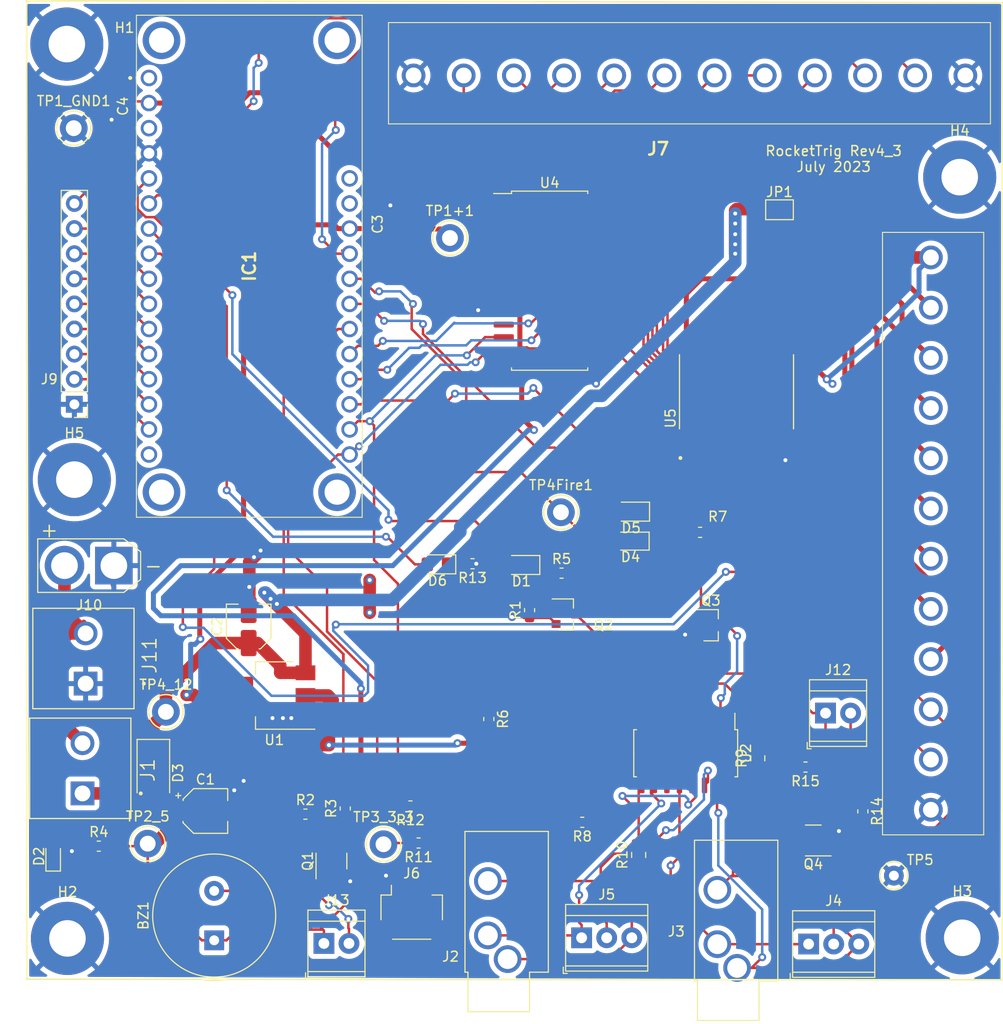
<source format=kicad_pcb>
(kicad_pcb (version 20221018) (generator pcbnew)
  (layers (0 "F.Cu" signal) (31 "B.Cu" signal) (34 "B.Paste" user) (35 "F.Paste" user) (36 "B.SilkS" user "B.Silkscreen") (37 "F.SilkS" user "F.Silkscreen") (38 "B.Mask" user) (39 "F.Mask" user) (44 "Edge.Cuts" user))
  (net 0 "")
  (net 1 "+3V3")
  (net 2 "GND")
  (net 3 "+5V")
  (net 4 "Net-(BZ1-+)")
  (net 5 "Net-(D1-K)")
  (net 6 "Net-(D2-A)")
  (net 7 "Shutter")
  (net 8 "Net-(D3-A)")
  (net 9 "Focus")
  (net 10 "Net-(D4-K)")
  (net 11 "Net-(D5-K)")
  (net 12 "/Sheet621ECC97/~{RST}")
  (net 13 "/Sheet621ECC97/AREF")
  (net 14 "IN_1")
  (net 15 "IN_2")
  (net 16 "OUT_1")
  (net 17 "OUT_2")
  (net 18 "/Sheet621ECC97/A4")
  (net 19 "/Sheet621ECC97/A5")
  (net 20 "/Sheet621ECC97/SCK")
  (net 21 "/Sheet621ECC97/MOSI")
  (net 22 "/Sheet621ECC97/MISO")
  (net 23 "Net-(D6-K)")
  (net 24 "Net-(IC1-D1)")
  (net 25 "/Sheet621ECC97/FREE")
  (net 26 "SDA_qwiic")
  (net 27 "SCL_qwiic")
  (net 28 "INTB")
  (net 29 "INTA")
  (net 30 "Buzzer")
  (net 31 "/Sheet621ECC97/EN")
  (net 32 "/Sheet621ECC97/VBAT")
  (net 33 "+12V")
  (net 34 "Net-(IC1-D0)")
  (net 35 "Net-(J1-Pin_2)")
  (net 36 "Net-(J5-Pin_2)")
  (net 37 "Net-(J5-Pin_3)")
  (net 38 "Net-(J5-Pin_1)")
  (net 39 "Net-(J4-Pin_2)")
  (net 40 "Net-(J4-Pin_3)")
  (net 41 "Net-(J4-Pin_1)")
  (net 42 "Net-(J7-Pin_2)")
  (net 43 "Net-(J7-Pin_3)")
  (net 44 "Net-(J7-Pin_4)")
  (net 45 "Net-(J7-Pin_5)")
  (net 46 "Net-(R6-Pad1)")
  (net 47 "Net-(R8-Pad1)")
  (net 48 "Net-(R9-Pad2)")
  (net 49 "Net-(R10-Pad2)")
  (net 50 "Net-(U2-Pad1)")
  (net 51 "Net-(J7-Pin_6)")
  (net 52 "Net-(J7-Pin_7)")
  (net 53 "Net-(J7-Pin_8)")
  (net 54 "Net-(J7-Pin_9)")
  (net 55 "Net-(J8-Pin_2)")
  (net 56 "Net-(J8-Pin_3)")
  (net 57 "Net-(J8-Pin_4)")
  (net 58 "Net-(J8-Pin_5)")
  (net 59 "Net-(J8-Pin_6)")
  (net 60 "Net-(J8-Pin_7)")
  (net 61 "Net-(J8-Pin_8)")
  (net 62 "Net-(J8-Pin_9)")
  (net 63 "Net-(J12-Pin_2)")
  (net 64 "Net-(Q1-B)")
  (net 65 "Net-(Q2-B)")
  (net 66 "Net-(Q2-C)")
  (net 67 "Net-(Q3-B)")
  (net 68 "Net-(Q3-C)")
  (net 69 "Net-(Q4-B)")
  (net 72 "Net-(U4-GPA0)")
  (net 73 "Net-(U4-GPA1)")
  (net 74 "Net-(U4-GPA2)")
  (net 75 "+12P")
  (net 76 "Net-(U4-GPA3)")
  (net 77 "Net-(U2-Pad6)")
  (net 78 "D_1")
  (net 79 "D_2")
  (net 80 "Net-(U4-GPA4)")
  (net 81 "Net-(U4-GPA5)")
  (net 82 "Net-(U4-GPA6)")
  (net 83 "Net-(U4-GPA7)")
  (footprint "Capacitor_SMD:CP_Elec_4x5.4" (layer "F.Cu") (at -80.7085 81.788)
    (fp_text reference "C1")
    (fp_text value "1uf")
  )
  (footprint "Capacitor_SMD:C_Elec_4x5.4" (layer "F.Cu") (at -76.327 63.119 90)
    (fp_text reference "C2")
    (fp_text value "25uf")
  )
  (footprint "Capacitor_SMD:C_0402_1005Metric" (layer "F.Cu") (at -62.103 22.4155 90)
    (fp_text reference "C3")
    (fp_text value "0.01 μF")
  )
  (footprint "Capacitor_SMD:C_0402_1005Metric" (layer "F.Cu") (at -90.2335 10.4775 -90)
    (fp_text reference "C4")
    (fp_text value "0.01 μF")
  )
  (footprint "LED_SMD:LED_0805_2012Metric_Pad1.15x1.40mm_HandSolder" (layer "F.Cu") (at -48.7045 56.896 180)
    (fp_text reference "D1")
    (fp_text value "D_1")
  )
  (footprint "LED_SMD:LED_0603_1608Metric" (layer "F.Cu") (at -96.125 86.3815 90)
    (fp_text reference "D2")
    (fp_text value "PWR")
  )
  (footprint "Diode_SMD:D_SMA" (layer "F.Cu") (at -85.979 77.946 -90)
    (fp_text reference "D3")
    (fp_text value "B330A-13-F")
  )
  (footprint "LED_SMD:LED_0805_2012Metric_Castellated" (layer "F.Cu") (at -37.6555 54.483 180)
    (fp_text reference "D4")
    (fp_text value "LED Trig")
  )
  (footprint "LED_SMD:LED_0805_2012Metric_Pad1.15x1.40mm_HandSolder" (layer "F.Cu") (at -37.592 51.4985 180)
    (fp_text reference "D5")
    (fp_text value "LED Focus")
  )
  (footprint "LED_SMD:LED_0805_2012Metric_Pad1.15x1.40mm_HandSolder" (layer "F.Cu") (at -57.2135 56.8325 180)
    (fp_text reference "D6")
    (fp_text value "D_2")
  )
  (footprint "MountingHole:MountingHole_3.7mm_Pad" (layer "F.Cu") (at -94.742 4.191)
    (fp_text reference "H1")
    (fp_text value " ")
  )
  (footprint "MountingHole:MountingHole_3.7mm_Pad" (layer "F.Cu") (at -94.6785 94.6785)
    (fp_text reference "H2")
    (fp_text value " ")
  )
  (footprint "MountingHole:MountingHole_3.7mm_Pad" (layer "F.Cu") (at -4.064 94.615)
    (fp_text reference "H3")
    (fp_text value " ")
  )
  (footprint "MountingHole:MountingHole_3.7mm_Pad" (layer "F.Cu") (at -4.318 17.653)
    (fp_text reference "H4")
    (fp_text value " ")
  )
  (footprint "CameraTriggerPCB:CUI_TB007-508-02BE" (layer "F.Cu") (at -93.1545 80.01 90)
    (fp_text reference "J1")
    (fp_text value "Pwr switch")
  )
  (footprint "Connector_Audio:Jack_3.5mm_CUI_SJ1-3533NG_Horizontal_CircularHoles" (layer "F.Cu") (at -50.1015 96.774 180)
    (fp_text reference "J2")
    (fp_text value "Camera 1  3.5mm")
  )
  (footprint "Connector_Audio:Jack_3.5mm_CUI_SJ1-3533NG_Horizontal_CircularHoles" (layer "F.Cu") (at -26.8605 97.663 180)
    (fp_text reference "J3")
    (fp_text value "Camera 2 3.5 mm")
  )
  (footprint "TerminalBlock_TE-Connectivity:TerminalBlock_TE_282834-3_1x03_P2.54mm_Horizontal" (layer "F.Cu") (at -19.6215 95.25)
    (fp_text reference "J4")
    (fp_text value "Camera 1 Term")
  )
  (footprint "TerminalBlock_TE-Connectivity:TerminalBlock_TE_282834-3_1x03_P2.54mm_Horizontal" (layer "F.Cu") (at -42.6085 94.615)
    (fp_text reference "J5")
    (fp_text value "Camera 2  Term")
  )
  (footprint "Connector_JST:JST_SH_SM04B-SRSS-TB_1x04-1MP_P1.00mm_Horizontal" (layer "F.Cu") (at -59.817 92.075)
    (fp_text reference "J6")
    (fp_text value "qwiic")
  )
  (footprint "Package_TO_SOT_SMD:SOT-23-3" (layer "F.Cu") (at -67.945268 86.850856 90)
    (fp_text reference "Q1")
    (fp_text value "2SC1815")
  )
  (footprint "Package_TO_SOT_SMD:SOT-23" (layer "F.Cu") (at -44.196 61.9125)
    (fp_text reference "Q2")
    (fp_text value "MMBT3904")
  )
  (footprint "Package_TO_SOT_SMD:SOT-23" (layer "F.Cu") (at -29.5275 62.992)
    (fp_text reference "Q3")
    (fp_text value "MMBT3904")
  )
  (footprint "Resistor_SMD:R_0603_1608Metric" (layer "F.Cu") (at -47.879 61.468 90)
    (fp_text reference "R1")
    (fp_text value "750")
  )
  (footprint "Resistor_SMD:R_0603_1608Metric" (layer "F.Cu") (at -70.581948 82.106915)
    (fp_text reference "R2")
    (fp_text value "1K" hide)
  )
  (footprint "Resistor_SMD:R_0603_1608Metric" (layer "F.Cu") (at -66.548 81.534 90)
    (fp_text reference "R3")
    (fp_text value "1K")
  )
  (footprint "Resistor_SMD:R_0603_1608Metric" (layer "F.Cu") (at -91.5035 85.344)
    (fp_text reference "R4")
    (fp_text value "1K")
  )
  (footprint "Resistor_SMD:R_0603_1608Metric" (layer "F.Cu") (at -44.6405 57.7215)
    (fp_text reference "R5")
    (fp_text value "1K")
  )
  (footprint "Resistor_SMD:R_0603_1608Metric" (layer "F.Cu") (at -52.0065 72.479 -90)
    (fp_text reference "R6")
    (fp_text value "51")
  )
  (footprint "Resistor_SMD:R_0603_1608Metric" (layer "F.Cu") (at -30.607 53.594 180)
    (fp_text reference "R7")
    (fp_text value "1K")
  )
  (footprint "Resistor_SMD:R_0603_1608Metric" (layer "F.Cu") (at -42.545 82.931 180)
    (fp_text reference "R8")
    (fp_text value "51")
  )
  (footprint "Resistor_SMD:R_0805_2012Metric_Pad1.15x1.40mm_HandSolder" (layer "F.Cu") (at -24.765 76.454 90)
    (fp_text reference "R9")
    (fp_text value "0")
  )
  (footprint "Resistor_SMD:R_0805_2012Metric_Pad1.15x1.40mm_HandSolder" (layer "F.Cu") (at -36.83 86.233 90)
    (fp_text reference "R10")
    (fp_text value "0")
  )
  (footprint "Resistor_SMD:R_0603_1608Metric" (layer "F.Cu") (at -59.1185 85.0265 180)
    (fp_text reference "R11")
    (fp_text value "10K")
  )
  (footprint "Resistor_SMD:R_0603_1608Metric" (layer "F.Cu") (at -59.944 81.28 180)
    (fp_text reference "R12")
    (fp_text value "10K")
  )
  (footprint "Resistor_SMD:R_0603_1608Metric" (layer "F.Cu") (at -53.6575 56.769 180)
    (fp_text reference "R13")
    (fp_text value "750")
  )
  (footprint "TestPoint:TestPoint_Keystone_5010-5014_Multipurpose" (layer "F.Cu") (at -62.6745 85.1535)
    (fp_text reference "TP3_3_3")
    (fp_text value "+3.3V")
  )
  (footprint "TestPoint:TestPoint_Keystone_5010-5014_Multipurpose" (layer "F.Cu") (at -44.704 51.562)
    (fp_text reference "TP4Fire1")
    (fp_text value "Fire")
  )
  (footprint "Package_SO:SOIC-28W_7.5x17.9mm_P1.27mm" (layer "F.Cu") (at -45.847 28.1305)
    (fp_text reference "U4")
    (fp_text value "MCP23017T-E/SO")
  )
  (footprint "CameraTriggerPCB:TB00750812BE" (layer "F.Cu") (at -59.6265 7.366)
    (fp_text reference "J7")
    (fp_text value "In" hide)
  )
  (footprint "CameraTriggerPCB:TB00750812BE" (layer "F.Cu") (at -7.239 25.781 -90)
    (fp_text reference "J8" hide)
    (fp_text value "Out" hide)
  )
  (footprint "Connector_AMASS:AMASS_XT30U-F_1x02_P5.0mm_Vertical" (layer "F.Cu") (at -89.9795 56.9595 180)
    (fp_text reference "J10")
    (fp_text value "SW")
  )
  (footprint "TestPoint:TestPoint_Keystone_5010-5014_Multipurpose" (layer "F.Cu") (at -94.0435 12.7)
    (fp_text reference "TP1_GND1")
    (fp_text value "GND")
  )
  (footprint "TestPoint:TestPoint_Keystone_5010-5014_Multipurpose" (layer "F.Cu") (at -55.9435 23.8125)
    (fp_text reference "TP1+1")
    (fp_text value "+5V")
  )
  (footprint "TestPoint:TestPoint_Keystone_5000-5004_Miniature" (layer "F.Cu") (at -10.9855 88.3285)
    (fp_text reference "TP5")
    (fp_text value "Gnd")
  )
  (footprint "3178" (layer "F.Cu") (at -86.4235 7.62 -90)
    (fp_text reference "IC1")
    (fp_text value "3178" hide)
  )
  (footprint "TestPoint:TestPoint_Keystone_5010-5014_Multipurpose" (layer "F.Cu") (at -86.5505 85.09)
    (fp_text reference "TP2_5")
    (fp_text value "+5V")
  )
  (footprint "Package_TO_SOT_SMD:SOT-223" (layer "F.Cu") (at -73.7235 70.104 180)
    (fp_text reference "U1")
    (fp_text value "AMS1117CD-5.0")
  )
  (footprint "CameraTriggerPCB:SOIC127P1030X265-18N" (layer "F.Cu") (at -26.924 39.37 90)
    (fp_text reference "U5")
    (fp_text value "ULN2803A")
  )
  (footprint "TestPoint:TestPoint_Keystone_5010-5014_Multipurpose" (layer "F.Cu") (at -84.709 71.755)
    (fp_text reference "TP4_12")
    (fp_text value "+12")
  )
  (footprint "Package_SO:SOIC-16_4.55x10.3mm_P1.27mm" (layer "F.Cu") (at -32.0675 75.946 -90)
    (fp_text reference "U2")
    (fp_text value "TLP291-4")
  )
  (footprint "Buzzer_Beeper:Buzzer_TDK_PS1240P02BT_D12.2mm_H6.5mm" (layer "F.Cu") (at -79.8195 94.869 90)
    (fp_text reference "BZ1")
    (fp_text value "Buzzer")
  )
  (footprint "CameraTriggerPCB:CUI_TB007-508-02BE" (layer "F.Cu") (at -92.837 68.8975 90)
    (fp_text reference "J11")
    (fp_text value "pwr")
  )
  (footprint "Jumper:SolderJumper-2_P1.3mm_Open_TrianglePad1.0x1.5mm" (layer "F.Cu") (at -22.569 20.955)
    (fp_text reference "JP1")
    (fp_text value " ")
  )
  (footprint "TerminalBlock_TE-Connectivity:TerminalBlock_TE_282834-2_1x02_P2.54mm_Horizontal" (layer "F.Cu") (at -17.907 71.882)
    (fp_text reference "J12")
    (fp_text value "Screw_Terminal_01x02")
  )
  (footprint "Package_TO_SOT_SMD:SOT-23-3" (layer "F.Cu") (at -19.146095 84.77 180)
    (fp_text reference "Q4")
    (fp_text value "2SC1815")
  )
  (footprint "Resistor_SMD:R_0603_1608Metric" (layer "F.Cu") (at -14.126429 81.824939 -90)
    (fp_text reference "R14")
    (fp_text value "1K")
  )
  (footprint "Resistor_SMD:R_0603_1608Metric" (layer "F.Cu") (at -19.939 77.343 180)
    (fp_text reference "R15")
    (fp_text value "1K")
  )
  (footprint "TerminalBlock_TE-Connectivity:TerminalBlock_TE_282834-2_1x02_P2.54mm_Horizontal" (layer "F.Cu") (at -68.707 95.1865)
    (fp_text reference "J13")
    (fp_text value "Screw_Terminal_01x02" hide)
  )
  (footprint "MountingHole:MountingHole_3.7mm_Pad" (layer "F.Cu") (at -93.98 48.26)
    (fp_text reference "H5")
    (fp_text value " ")
  )
  (footprint "Connector_PinHeader_2.54mm:PinHeader_1x09_P2.54mm_Vertical" (layer "F.Cu") (at -93.98 40.64 180)
    (fp_text reference "J9")
    (fp_text value "Conn_01x09_Socket")
  )
  (gr_line (start -98.806 -0.194) (end -98.806 98.806) (stroke (width 0.15)) (layer "F.SilkS"))
  (gr_line (start 0 0) (end -98.806 -0.194) (stroke (width 0.15)) (layer "F.SilkS"))
  (gr_line (start 0 0) (end 0 98.806) (stroke (width 0.15)) (layer "F.SilkS"))
  (gr_line (start -98.806 98.806) (end 0 98.8695) (stroke (width 0.15)) (layer "F.SilkS"))
  (gr_text "RocketTrig Rev4_3\nJuly 2023" (at -17.0815 15.8115) (layer "F.SilkS") (effects (font (size 1 1))))
  (segment (start -64.0715 61.722) (end -64.0715 61.722) (width 1.27) (layer "F.Cu") (net 0))
  (segment (start -64.0715 58.42) (end -64.0715 61.722) (width 1.27) (layer "F.Cu") (net 0))
  (segment (start -64.0715 58.42) (end -64.0715 58.42) (width 1.27) (layer "F.Cu") (net 0))
  (via (at -64.0715 58.42) (size 0.8) (drill 0.4) (layers "F.Cu" "B.Cu") (net 0))
  (via (at -64.0715 61.722) (size 0.8) (drill 0.4) (layers "F.Cu" "B.Cu") (net 0))
  (segment (start -47.4345 43.2435) (end -47.4345 43.2435) (width 0.508) (layer "F.Cu") (net 1))
  (segment (start -64.9605 69.4055) (end -64.9605 69.4055) (width 0.508) (layer "F.Cu") (net 1))
  (segment (start -59.817 82.7695) (end -60.317 83.2695) (width 0.25) (layer "F.Cu") (net 1))
  (segment (start -48.675999 35.017001) (end -48.167999 35.017001) (width 0.508) (layer "F.Cu") (net 1))
  (segment (start -50.12629 30.40621) (end -49.51709 30.40621) (width 0.508) (layer "F.Cu") (net 1))
  (segment (start -59.906 85.0265) (end -62.5475 85.0265) (width 0.25) (layer "F.Cu") (net 1))
  (segment (start -60.1645 84.193) (end -59.906 84.4515) (width 0.25) (layer "F.Cu") (net 1))
  (segment (start -51.622 30.0355) (end -50.497 30.0355) (width 0.508) (layer "F.Cu") (net 1))
  (segment (start -60.317 83.2695) (end -60.317 84.193) (width 0.25) (layer "F.Cu") (net 1))
  (segment (start -50.497 30.0355) (end -50.12629 30.40621) (width 0.508) (layer "F.Cu") (net 1))
  (segment (start -42.322 32.5755) (end -41.197 32.5755) (width 0.508) (layer "F.Cu") (net 1))
  (segment (start -61.265 80.7465) (end -60.7315 81.28) (width 0.25) (layer "F.Cu") (net 1))
  (segment (start -52.8955 21.9075) (end -52.8955 28.762) (width 0.508) (layer "F.Cu") (net 1))
  (segment (start -49.51709 30.40621) (end -48.860001 31.063299) (width 0.508) (layer "F.Cu") (net 1))
  (segment (start -48.860001 34.832999) (end -48.675999 35.017001) (width 0.508) (layer "F.Cu") (net 1))
  (segment (start -77.273422 10.16) (end -76.228921 9.115499) (width 0.508) (layer "F.Cu") (net 1))
  (segment (start -64.9605 77.051) (end -64.9605 69.4055) (width 0.508) (layer "F.Cu") (net 1))
  (segment (start -60.317 84.193) (end -60.317 90.075) (width 0.25) (layer "F.Cu") (net 1))
  (segment (start -60.7315 81.28) (end -60.7315 81.855) (width 0.25) (layer "F.Cu") (net 1))
  (segment (start -60.317 84.193) (end -60.1645 84.193) (width 0.25) (layer "F.Cu") (net 1))
  (segment (start -48.0695 35.1155) (end -44.862 35.1155) (width 0.508) (layer "F.Cu") (net 1))
  (segment (start -48.860001 31.063299) (end -48.860001 34.832999) (width 0.508) (layer "F.Cu") (net 1))
  (segment (start -86.591 9.9925) (end -86.4235 10.16) (width 0.25) (layer "F.Cu") (net 1))
  (segment (start -59.817 14.986) (end -52.8955 21.9075) (width 0.508) (layer "F.Cu") (net 1))
  (segment (start -93.98 20.32) (end -88.9 15.24) (width 0.249936) (layer "F.Cu") (net 1))
  (segment (start -52.8955 28.762) (end -51.622 30.0355) (width 0.508) (layer "F.Cu") (net 1))
  (segment (start -44.862 35.1155) (end -42.322 32.5755) (width 0.508) (layer "F.Cu") (net 1))
  (segment (start -62.5475 85.0265) (end -62.6745 85.1535) (width 0.25) (layer "F.Cu") (net 1))
  (segment (start -88.9 9.9925) (end -86.591 9.9925) (width 0.25) (layer "F.Cu") (net 1))
  (segment (start -60.7315 81.855) (end -59.817 82.7695) (width 0.25) (layer "F.Cu") (net 1))
  (segment (start -88.9 15.24) (end -88.9 9.9925) (width 0.249936) (layer "F.Cu") (net 1))
  (segment (start -59.906 84.4515) (end -59.906 85.0265) (width 0.25) (layer "F.Cu") (net 1))
  (segment (start -60.7315 81.28) (end -64.9605 77.051) (width 0.508) (layer "F.Cu") (net 1))
  (segment (start -48.675999 42.002001) (end -47.4345 43.2435) (width 0.508) (layer "F.Cu") (net 1))
  (segment (start -86.4235 10.16) (end -77.273422 10.16) (width 0.508) (layer "F.Cu") (net 1))
  (segment (start -48.675999 35.017001) (end -48.675999 42.002001) (width 0.508) (layer "F.Cu") (net 1))
  (segment (start -67.691 14.986) (end -59.817 14.986) (width 0.508) (layer "F.Cu") (net 1))
  (segment (start -73.561501 9.115499) (end -67.691 14.986) (width 0.508) (layer "F.Cu") (net 1))
  (segment (start -76.228921 9.115499) (end -73.561501 9.115499) (width 0.508) (layer "F.Cu") (net 1))
  (segment (start -90.2335 9.9925) (end -88.9 9.9925) (width 0.25) (layer "F.Cu") (net 1))
  (segment (start -48.167999 35.017001) (end -48.0695 35.1155) (width 0.508) (layer "F.Cu") (net 1))
  (via (at -47.4345 43.2435) (size 0.8) (drill 0.4) (layers "F.Cu" "B.Cu") (net 1))
  (via (at -64.9605 69.4055) (size 0.8) (drill 0.4) (layers "F.Cu" "B.Cu") (net 1))
  (segment (start -85.972501 59.747001) (end -83.191499 56.965999) (width 0.508) (layer "B.Cu") (net 1))
  (segment (start -64.9605 68.839815) (end -71.767314 62.033001) (width 0.508) (layer "B.Cu") (net 1))
  (segment (start -85.972501 61.276921) (end -85.972501 59.747001) (width 0.508) (layer "B.Cu") (net 1))
  (segment (start -61.728499 56.965999) (end -48.006 43.2435) (width 0.508) (layer "B.Cu") (net 1))
  (segment (start -83.191499 56.965999) (end -61.728499 56.965999) (width 0.508) (layer "B.Cu") (net 1))
  (segment (start -85.216421 62.033001) (end -85.972501 61.276921) (width 0.508) (layer "B.Cu") (net 1))
  (segment (start -64.9605 69.4055) (end -64.9605 68.839815) (width 0.508) (layer "B.Cu") (net 1))
  (segment (start -71.767314 62.033001) (end -85.216421 62.033001) (width 0.508) (layer "B.Cu") (net 1))
  (segment (start -48.006 43.2435) (end -47.4345 43.2435) (width 0.508) (layer "B.Cu") (net 1))
  (segment (start -76.835 78.74) (end -76.835 78.74) (width 0.25) (layer "F.Cu") (net 2))
  (segment (start -62.4205 88.3285) (end -62.4205 88.3285) (width 0.25) (layer "F.Cu") (net 2))
  (segment (start -32.1285 63.942) (end -32.1285 63.942) (width 0.25) (layer "F.Cu") (net 2))
  (segment (start -94.234 85.852) (end -94.234 85.852) (width 0.25) (layer "F.Cu") (net 2))
  (segment (start -41.148 38.5445) (end -41.148 38.5445) (width 0.249936) (layer "F.Cu") (net 2))
  (segment (start -21.971 46.2915) (end -21.72729 46.04779) (width 0.249936) (layer "F.Cu") (net 2))
  (segment (start -51.6255 56.8325) (end -51.6255 56.8325) (width 0.249936) (layer "F.Cu") (net 2))
  (segment (start -53.086 31.115) (end -53.086 31.115) (width 0.249936) (layer "F.Cu") (net 2))
  (segment (start -49.657 62.1665) (end -49.7205 62.1665) (width 0.249936) (layer "F.Cu") (net 2))
  (segment (start -76.2635 59.1185) (end -76.2635 59.909) (width 0.25) (layer "F.Cu") (net 2))
  (segment (start -75.1205 55.4355) (end -75.1205 55.4355) (width 1.27) (layer "F.Cu") (net 2))
  (segment (start -75.78725 56.10225) (end -75.1205 55.4355) (width 1.27) (layer "F.Cu") (net 2))
  (segment (start -73.914 72.39) (end -73.914 72.39) (width 1.27) (layer "F.Cu") (net 2))
  (segment (start -72.8575 72.39) (end -72.8575 72.39) (width 1.27) (layer "F.Cu") (net 2))
  (segment (start -77.7875 79.6925) (end -76.835 78.74) (width 1.27) (layer "F.Cu") (net 2))
  (segment (start -90.2098 11.845063) (end -90.2335 10.9625) (width 0.25) (layer "F.Cu") (net 2))
  (segment (start -61.68771 89.06129) (end -62.4205 88.3285) (width 0.25) (layer "F.Cu") (net 2))
  (segment (start -51.622 31.3055) (end -51.6855 31.242) (width 0.249936) (layer "F.Cu") (net 2))
  (segment (start -94.719 86.337) (end -94.234 85.852) (width 0.25) (layer "F.Cu") (net 2))
  (segment (start -48.454 62.2555) (end -48.543 62.1665) (width 0.249936) (layer "F.Cu") (net 2))
  (segment (start -45.803 62.2555) (end -45.196 62.8625) (width 0.249936) (layer "F.Cu") (net 2))
  (segment (start -50.497 31.3055) (end -51.622 31.3055) (width 0.249936) (layer "F.Cu") (net 2))
  (segment (start -21.72729 44.64471) (end -21.72729 46.04779) (width 0.249936) (layer "F.Cu") (net 2))
  (segment (start -80.115 81.2165) (end -77.6385 78.74) (width 0.25) (layer "F.Cu") (net 2))
  (segment (start -41.197 33.8455) (end -41.197 35.1155) (width 0.249936) (layer "F.Cu") (net 2))
  (segment (start -72.8575 72.39) (end -73.914 72.39) (width 1.27) (layer "F.Cu") (net 2))
  (segment (start -41.197 35.1155) (end -41.197 36.3855) (width 0.249936) (layer "F.Cu") (net 2))
  (segment (start -61.68771 89.70429) (end -61.68771 89.06129) (width 0.25) (layer "F.Cu") (net 2))
  (segment (start -79.215 80.5815) (end -78.6765 80.5815) (width 1.27) (layer "F.Cu") (net 2))
  (segment (start -41.148 36.8345) (end -41.148 38.5445) (width 0.249936) (layer "F.Cu") (net 2))
  (segment (start -76.2635 61.317) (end -76.2635 59.1185) (width 1.27) (layer "F.Cu") (net 2))
  (segment (start -52.7135 56.8325) (end -51.6255 56.8325) (width 0.249936) (layer "F.Cu") (net 2))
  (segment (start -47.879 62.2555) (end -45.803 62.2555) (width 0.249936) (layer "F.Cu") (net 2))
  (segment (start -94.719 87.3355) (end -94.719 86.337) (width 0.25) (layer "F.Cu") (net 2))
  (segment (start -62.103 21.9305) (end -62.103 20.6375) (width 0.25) (layer "F.Cu") (net 2))
  (segment (start -22.098 44.274) (end -21.72729 44.64471) (width 0.249936) (layer "F.Cu") (net 2))
  (segment (start -78.6765 80.5815) (end -77.7875 79.6925) (width 1.27) (layer "F.Cu") (net 2))
  (segment (start -76.2635 56.5785) (end -75.78725 56.10225) (width 1.27) (layer "F.Cu") (net 2))
  (segment (start -70.5735 72.404) (end -72.8435 72.404) (width 1.27) (layer "F.Cu") (net 2))
  (segment (start -18.008595 83.82) (end -16.801581 83.82) (width 0.25) (layer "F.Cu") (net 2))
  (segment (start -41.197 36.7855) (end -41.148 36.8345) (width 0.249936) (layer "F.Cu") (net 2))
  (segment (start -21.971 46.2915) (end -21.971 46.2915) (width 0.249936) (layer "F.Cu") (net 2))
  (segment (start -66.995268 87.988356) (end -66.951644 87.988356) (width 0.25) (layer "F.Cu") (net 2))
  (segment (start -78.9085 81.788) (end -78.9085 80.888) (width 1.27) (layer "F.Cu") (net 2))
  (segment (start -95.9585 87.3355) (end -96.125 87.169) (width 0.25) (layer "F.Cu") (net 2))
  (segment (start -66.951644 87.988356) (end -66.04 88.9) (width 0.25) (layer "F.Cu") (net 2))
  (segment (start -90.043 58.923) (end -90.043 56.515) (width 0.508) (layer "F.Cu") (net 2))
  (segment (start -48.543 62.1665) (end -49.657 62.1665) (width 0.249936) (layer "F.Cu") (net 2))
  (segment (start -61.317 90.075) (end -61.68771 89.70429) (width 0.25) (layer "F.Cu") (net 2))
  (segment (start -52.8955 31.3055) (end -53.086 31.115) (width 0.249936) (layer "F.Cu") (net 2))
  (segment (start -16.801581 83.82) (end -16.746198 83.764617) (width 0.25) (layer "F.Cu") (net 2))
  (segment (start -30.5275 63.942) (end -32.1285 63.942) (width 0.25) (layer "F.Cu") (net 2))
  (segment (start -53.251 56.8325) (end -52.7135 56.8325) (width 0.249936) (layer "F.Cu") (net 2))
  (segment (start -77.6385 78.74) (end -76.835 78.74) (width 0.25) (layer "F.Cu") (net 2))
  (segment (start -41.197 36.3855) (end -41.197 36.7855) (width 0.249936) (layer "F.Cu") (net 2))
  (segment (start -76.2635 59.1185) (end -76.2635 56.5785) (width 1.27) (layer "F.Cu") (net 2))
  (segment (start -79.215 80.5815) (end -78.9085 80.888) (width 1.27) (layer "F.Cu") (net 2))
  (segment (start -51.622 31.3055) (end -52.8955 31.3055) (width 0.249936) (layer "F.Cu") (net 2))
  (segment (start -72.8435 72.404) (end -72.8575 72.39) (width 1.27) (layer "F.Cu") (net 2))
  (segment (start -94.719 87.3355) (end -95.9585 87.3355) (width 0.25) (layer "F.Cu") (net 2))
  (segment (start -76.2635 59.1185) (end -76.2635 59.1185) (width 0.25) (layer "F.Cu") (net 2))
  (segment (start -62.103 20.6375) (end -61.976 20.5105) (width 0.25) (layer "F.Cu") (net 2))
  (segment (start -47.879 62.2555) (end -48.454 62.2555) (width 0.249936) (layer "F.Cu") (net 2))
  (segment (start -90.2335 11.43) (end -90.2098 11.845063) (width 0.25) (layer "F.Cu") (net 2))
  (via (at -61.976 20.5105) (size 0.8) (drill 0.4) (layers "F.Cu" "B.Cu") (net 2))
  (via (at -73.914 72.39) (size 0.8) (drill 0.4) (layers "F.Cu" "B.Cu") (net 2))
  (via (at -53.2765 56.769) (size 0.8) (drill 0.4) (layers "F.Cu" "B.Cu") (net 2))
  (via (at -72.009 72.39) (size 0.8) (drill 0.4) (layers "F.Cu" "B.Cu") (net 2))
  (via (at -16.549117 83.82) (size 0.8) (drill 0.4) (layers "F.Cu" "B.Cu") (net 2))
  (via (at -32.1285 63.942) (size 0.8) (drill 0.4) (layers "F.Cu" "B.Cu") (net 2))
  (via (at -49.657 62.1665) (size 0.8) (drill 0.4) (layers "F.Cu" "B.Cu") (net 2))
  (via (at -76.2635 59.1185) (size 0.8) (drill 0.4) (layers "F.Cu" "B.Cu") (net 2))
  (via (at -62.4205 88.3285) (size 0.8) (drill 0.4) (layers "F.Cu" "B.Cu") (net 2))
  (via (at -72.8575 72.39) (size 0.8) (drill 0.4) (layers "F.Cu" "B.Cu") (net 2))
  (via (at -90.2098 11.845063) (size 0.8) (drill 0.4) (layers "F.Cu" "B.Cu") (net 2))
  (via (at -94.234 85.852) (size 0.8) (drill 0.4) (layers "F.Cu" "B.Cu") (net 2))
  (via (at -75.1205 55.4355) (size 0.8) (drill 0.4) (layers "F.Cu" "B.Cu") (net 2))
  (via (at -21.971 46.2915) (size 0.8) (drill 0.4) (layers "F.Cu" "B.Cu") (net 2))
  (via (at -75.78725 56.10225) (size 0.8) (drill 0.4) (layers "F.Cu" "B.Cu") (net 2))
  (via (at -66.04 88.9) (size 0.8) (drill 0.4) (layers "F.Cu" "B.Cu") (net 2))
  (via (at -53.086 31.115) (size 0.8) (drill 0.4) (layers "F.Cu" "B.Cu") (net 2))
  (via (at -77.7875 79.6925) (size 0.8) (drill 0.4) (layers "F.Cu" "B.Cu") (net 2))
  (via (at -41.148 38.5445) (size 0.8) (drill 0.4) (layers "F.Cu" "B.Cu") (net 2))
  (via (at -76.835 78.74) (size 0.8) (drill 0.4) (layers "F.Cu" "B.Cu") (net 2))
  (segment (start -51.6255 56.8325) (end -49.657 58.801) (width 0.25) (layer "B.Cu") (net 2))
  (segment (start -49.657 58.801) (end -49.657 62.1665) (width 0.25) (layer "B.Cu") (net 2))
  (segment (start -55.1815 74.93) (end -55.1815 74.93) (width 0.508) (layer "F.Cu") (net 3))
  (segment (start -68.199 75.1205) (end -68.199 75.1205) (width 0.508) (layer "F.Cu") (net 3))
  (segment (start -82.6135 70.0405) (end -82.6135 70.0405) (width 0.508) (layer "F.Cu") (net 3))
  (segment (start -20.7265 77.343) (end -21.264 77.343) (width 0.25) (layer "F.Cu") (net 3))
  (segment (start -66.1035 22.86) (end -62.1435 22.86) (width 0.508) (layer "F.Cu") (net 3))
  (segment (start -19.207 71.882) (end -17.907 71.882) (width 0.25) (layer "F.Cu") (net 3))
  (segment (start -69.088 93.7895) (end -65.0875 89.789) (width 0.25) (layer "F.Cu") (net 3))
  (segment (start -20.7265 77.343) (end -17.907 74.5235) (width 0.25) (layer "F.Cu") (net 3))
  (segment (start -74.9935 26.2255) (end -71.247 22.479) (width 0.508) (layer "F.Cu") (net 3))
  (segment (start -68.3035 70.104) (end -67.818 70.5895) (width 1.27) (layer "F.Cu") (net 3))
  (segment (start -52.0065 75.2475) (end -51.016 75.2475) (width 0.249936) (layer "F.Cu") (net 3))
  (segment (start -76.835 26.2255) (end -74.9935 26.2255) (width 0.508) (layer "F.Cu") (net 3))
  (segment (start -85.8105 85.09) (end -82.5085 81.788) (width 1.27) (layer "F.Cu") (net 3))
  (segment (start -62.1435 22.86) (end -62.103 22.9005) (width 0.508) (layer "F.Cu") (net 3))
  (segment (start -78.626 75.1205) (end -68.199 75.1205) (width 1.27) (layer "F.Cu") (net 3))
  (segment (start -83.715 76.73) (end -83.715 76.2355) (width 1.27) (layer "F.Cu") (net 3))
  (segment (start -83.715 76.73) (end -83.715 76.5395) (width 0.25) (layer "F.Cu") (net 3))
  (segment (start -32.03251 70.3851) (end -29.52891 67.8815) (width 0.25) (layer "F.Cu") (net 3))
  (segment (start -71.247 22.479) (end -67.661832 22.479) (width 0.508) (layer "F.Cu") (net 3))
  (segment (start -43.3325 82.931) (end -43.3325 77.94) (width 0.25) (layer "F.Cu") (net 3))
  (segment (start -21.264 77.343) (end -21.4545 77.5335) (width 0.25) (layer "F.Cu") (net 3))
  (segment (start -83.715 76.2355) (end -80.543 73.0635) (width 1.27) (layer "F.Cu") (net 3))
  (segment (start -86.5505 85.09) (end -86.5505 89.388) (width 0.25) (layer "F.Cu") (net 3))
  (segment (start -32.03251 73.62501) (end -32.03251 70.3851) (width 0.25) (layer "F.Cu") (net 3))
  (segment (start -54.245 74.93) (end -55.1815 74.93) (width 0.508) (layer "F.Cu") (net 3))
  (segment (start -32.77151 74.36401) (end -32.03251 73.62501) (width 0.25) (layer "F.Cu") (net 3))
  (segment (start -81.28 64.008) (end -81.28 59.563) (width 0.508) (layer "F.Cu") (net 3))
  (segment (start -23.2075 67.8815) (end -19.207 71.882) (width 0.25) (layer "F.Cu") (net 3))
  (segment (start -62.103 22.9005) (end -56.8555 22.9005) (width 0.508) (layer "F.Cu") (net 3))
  (segment (start -67.661832 22.479) (end -67.280832 22.86) (width 0.508) (layer "F.Cu") (net 3))
  (segment (start -68.707 93.8865) (end -68.707 95.1865) (width 0.25) (layer "F.Cu") (net 3))
  (segment (start -80.543 73.0635) (end -80.309 72.8295) (width 0.25) (layer "F.Cu") (net 3))
  (segment (start -83.715 76.5395) (end -83.715 76.2355) (width 0.25) (layer "F.Cu") (net 3))
  (segment (start -79.809 73.9375) (end -78.626 75.1205) (width 1.27) (layer "F.Cu") (net 3))
  (segment (start -56.8555 22.9005) (end -55.9435 23.8125) (width 0.508) (layer "F.Cu") (net 3))
  (segment (start -65.0875 89.789) (end -65.0875 82.207) (width 0.25) (layer "F.Cu") (net 3))
  (segment (start -51.016 75.2475) (end -43.3325 82.931) (width 0.249936) (layer "F.Cu") (net 3))
  (segment (start -29.52891 67.8815) (end -23.2075 67.8815) (width 0.25) (layer "F.Cu") (net 3))
  (segment (start -90.716 85.344) (end -86.8045 85.344) (width 0.25) (layer "F.Cu") (net 3))
  (segment (start -77.49 93.7895) (end -69.088 93.7895) (width 0.25) (layer "F.Cu") (net 3))
  (segment (start -76.842478 31.947978) (end -76.835 31.9405) (width 0.508) (layer "F.Cu") (net 3))
  (segment (start -68.199 70.9705) (end -68.199 75.1205) (width 1.27) (layer "F.Cu") (net 3))
  (segment (start -81.28 59.563) (end -76.842478 55.125478) (width 0.508) (layer "F.Cu") (net 3))
  (segment (start -80.309 72.8295) (end -79.809 72.8295) (width 0.25) (layer "F.Cu") (net 3))
  (segment (start -70.5735 70.104) (end -68.3035 70.104) (width 1.27) (layer "F.Cu") (net 3))
  (segment (start -79.809 72.8295) (end -79.809 72.1255) (width 0.508) (layer "F.Cu") (net 3))
  (segment (start -65.0875 82.207) (end -66.548 80.7465) (width 0.25) (layer "F.Cu") (net 3))
  (segment (start -52.0065 73.2665) (end -52.5815 73.2665) (width 0.508) (layer "F.Cu") (net 3))
  (segment (start -78.5695 94.869) (end -77.49 93.7895) (width 0.25) (layer "F.Cu") (net 3))
  (segment (start -86.8045 85.344) (end -86.5505 85.09) (width 0.25) (layer "F.Cu") (net 3))
  (segment (start -43.3325 77.94) (end -39.75651 74.36401) (width 0.25) (layer "F.Cu") (net 3))
  (segment (start -83.37921 80.91729) (end -83.37921 76.87529) (width 1.27) (layer "F.Cu") (net 3))
  (segment (start -86.5505 85.09) (end -85.8105 85.09) (width 1.27) (layer "F.Cu") (net 3))
  (segment (start -17.907 74.5235) (end -17.907 71.882) (width 0.25) (layer "F.Cu") (net 3))
  (segment (start -83.37921 76.87529) (end -83.715 76.5395) (width 1.27) (layer "F.Cu") (net 3))
  (segment (start -68.804 93.7895) (end -68.707 93.8865) (width 0.25) (layer "F.Cu") (net 3))
  (segment (start -82.6135 70.0405) (end -81.894 70.0405) (width 1.27) (layer "F.Cu") (net 3))
  (segment (start -83.715 81.2165) (end -83.715 76.73) (width 0.25) (layer "F.Cu") (net 3))
  (segment (start -39.75651 74.36401) (end -32.77151 74.36401) (width 0.25) (layer "F.Cu") (net 3))
  (segment (start -76.835 31.9405) (end -76.835 26.2255) (width 0.508) (layer "F.Cu") (net 3))
  (segment (start -69.088 93.7895) (end -68.804 93.7895) (width 0.25) (layer "F.Cu") (net 3))
  (segment (start -86.5505 89.388) (end -81.0695 94.869) (width 0.25) (layer "F.Cu") (net 3))
  (segment (start -52.0065 73.2665) (end -52.0065 75.2475) (width 0.249936) (layer "F.Cu") (net 3))
  (segment (start -79.809 72.1255) (end -79.809 73.9375) (width 1.27) (layer "F.Cu") (net 3))
  (segment (start -67.280832 22.86) (end -66.1035 22.86) (width 0.508) (layer "F.Cu") (net 3))
  (segment (start -82.5085 81.788) (end -83.37921 80.91729) (width 1.27) (layer "F.Cu") (net 3))
  (segment (start -81.0695 94.869) (end -79.8195 94.869) (width 0.25) (layer "F.Cu") (net 3))
  (segment (start -81.894 70.0405) (end -79.809 72.1255) (width 1.27) (layer "F.Cu") (net 3))
  (segment (start -79.8195 94.869) (end -78.5695 94.869) (width 0.25) (layer "F.Cu") (net 3))
  (segment (start -52.5815 73.2665) (end -54.245 74.93) (width 0.508) (layer "F.Cu") (net 3))
  (segment (start -76.842478 55.125478) (end -76.842478 31.947978) (width 0.508) (layer "F.Cu") (net 3))
  (segment (start -79.809 72.8295) (end -79.809 73.9375) (width 0.508) (layer "F.Cu") (net 3))
  (segment (start -67.818 70.5895) (end -68.199 70.9705) (width 1.27) (layer "F.Cu") (net 3))
  (via (at -55.1815 74.93) (size 0.8) (drill 0.4) (layers "F.Cu" "B.Cu") (net 3))
  (via (at -81.2165 64.389) (size 0.8) (drill 0.4) (layers "F.Cu" "B.Cu") (net 3))
  (via (at -82.6135 70.0405) (size 0.8) (drill 0.4) (layers "F.Cu" "B.Cu") (net 3))
  (via (at -68.199 75.1205) (size 0.8) (drill 0.4) (layers "F.Cu" "B.Cu") (net 3))
  (segment (start -55.372 75.1205) (end -55.1815 74.93) (width 0.508) (layer "B.Cu") (net 3))
  (segment (start -82.20075 64.92875) (end -81.75625 64.92875) (width 0.508) (layer "B.Cu") (net 3))
  (segment (start -82.20075 64.92875) (end -82.20075 69.62775) (width 0.508) (layer "B.Cu") (net 3))
  (segment (start -81.75625 64.92875) (end -81.2165 64.389) (width 0.508) (layer "B.Cu") (net 3))
  (segment (start -82.20075 69.62775) (end -82.6135 70.0405) (width 0.508) (layer "B.Cu") (net 3))
  (segment (start -68.199 75.1205) (end -55.372 75.1205) (width 0.508) (layer "B.Cu") (net 3))
  (segment (start -68.199 91.313) (end -68.199 91.313) (width 0.25) (layer "F.Cu") (net 4))
  (segment (start -66.2305 92.71) (end -66.2305 92.71) (width 0.25) (layer "F.Cu") (net 4))
  (segment (start -66.167 93.701576) (end -66.2305 93.638076) (width 0.25) (layer "F.Cu") (net 4))
  (segment (start -69.097998 90.1065) (end -69.097998 90.414002) (width 0.25) (layer "F.Cu") (net 4))
  (segment (start -74.803 91.2495) (end -73.786287 91.2495) (width 0.25) (layer "F.Cu") (net 4))
  (segment (start -79.8195 89.869) (end -76.1835 89.869) (width 0.25) (layer "F.Cu") (net 4))
  (segment (start -71.1835 90.8685) (end -70.6325 90.8685) (width 0.25) (layer "F.Cu") (net 4))
  (segment (start -73.786287 91.2495) (end -73.405287 90.8685) (width 0.25) (layer "F.Cu") (net 4))
  (segment (start -69.097998 90.1065) (end -67.7705 88.779002) (width 0.25) (layer "F.Cu") (net 4))
  (segment (start -71.5325 90.8685) (end -71.1835 90.8685) (width 0.25) (layer "F.Cu") (net 4))
  (segment (start -76.1835 89.869) (end -74.803 91.2495) (width 0.25) (layer "F.Cu") (net 4))
  (segment (start -69.8705 90.1065) (end -69.097998 90.1065) (width 0.25) (layer "F.Cu") (net 4))
  (segment (start -69.097998 90.414002) (end -68.199 91.313) (width 0.25) (layer "F.Cu") (net 4))
  (segment (start -67.7705 83.544) (end -67.7705 85.538588) (width 0.25) (layer "F.Cu") (net 4))
  (segment (start -73.405287 90.8685) (end -71.1835 90.8685) (width 0.25) (layer "F.Cu") (net 4))
  (segment (start -68.326 91.44) (end -68.199 91.313) (width 0.25) (layer "F.Cu") (net 4))
  (segment (start -75.2005 91.2495) (end -74.803 91.2495) (width 0.25) (layer "F.Cu") (net 4))
  (segment (start -70.6325 90.8685) (end -69.8705 90.1065) (width 0.25) (layer "F.Cu") (net 4))
  (segment (start -67.7705 88.779002) (end -67.945268 88.604234) (width 0.25) (layer "F.Cu") (net 4))
  (segment (start -66.2305 93.638076) (end -66.2305 92.71) (width 0.25) (layer "F.Cu") (net 4))
  (segment (start -67.7705 83.544) (end -66.548 82.3215) (width 0.25) (layer "F.Cu") (net 4))
  (segment (start -67.945268 88.604234) (end -67.945268 85.713356) (width 0.25) (layer "F.Cu") (net 4))
  (segment (start -67.7705 85.538588) (end -67.945268 85.713356) (width 0.25) (layer "F.Cu") (net 4))
  (segment (start -66.167 95.1865) (end -66.167 93.701576) (width 0.25) (layer "F.Cu") (net 4))
  (via (at -66.2305 92.71) (size 0.8) (drill 0.4) (layers "F.Cu" "B.Cu") (net 4))
  (via (at -68.199 91.313) (size 0.8) (drill 0.4) (layers "F.Cu" "B.Cu") (net 4))
  (segment (start -67.6275 91.313) (end -66.2305 92.71) (width 0.25) (layer "B.Cu") (net 4))
  (segment (start -68.199 91.313) (end -67.6275 91.313) (width 0.25) (layer "B.Cu") (net 4))
  (segment (start -47.6795 56.896) (end -47.6795 60.481) (width 0.25) (layer "F.Cu") (net 5))
  (segment (start -48.006 60.5535) (end -47.879 60.6805) (width 0.25) (layer "F.Cu") (net 5))
  (segment (start -47.6795 60.481) (end -47.879 60.6805) (width 0.25) (layer "F.Cu") (net 5))
  (segment (start -94.33739 84.882388) (end -92.752612 84.882388) (width 0.25) (layer "F.Cu") (net 6))
  (segment (start -92.752612 84.882388) (end -92.291 85.344) (width 0.25) (layer "F.Cu") (net 6))
  (segment (start -96.125 85.594) (end -95.049002 85.594) (width 0.25) (layer "F.Cu") (net 6))
  (segment (start -95.049002 85.594) (end -94.33739 84.882388) (width 0.25) (layer "F.Cu") (net 6))
  (segment (start -59.69 30.48) (end -59.817 30.607) (width 0.249936) (layer "F.Cu") (net 7))
  (segment (start -63.119 29.21) (end -63.246 29.337) (width 0.249936) (layer "F.Cu") (net 7))
  (segment (start -48.768 47.498) (end -44.704 51.562) (width 0.25) (layer "F.Cu") (net 7))
  (segment (start -44.704 51.562) (end -41.783 54.483) (width 0.25) (layer "F.Cu") (net 7))
  (segment (start -63.529168 29.337) (end -63.246 29.337) (width 0.249936) (layer "F.Cu") (net 7))
  (segment (start -64.926168 27.94) (end -63.529168 29.337) (width 0.249936) (layer "F.Cu") (net 7))
  (segment (start -59.817 33.02) (end -59.817 30.607) (width 0.249936) (layer "F.Cu") (net 7))
  (segment (start -54.2925 47.498) (end -54.2925 38.5445) (width 0.249936) (layer "F.Cu") (net 7))
  (segment (start -54.2925 47.498) (end -48.768 47.498) (width 0.25) (layer "F.Cu") (net 7))
  (segment (start -66.1035 27.94) (end -64.926168 27.94) (width 0.249936) (layer "F.Cu") (net 7))
  (segment (start -54.2925 38.5445) (end -59.817 33.02) (width 0.249936) (layer "F.Cu") (net 7))
  (segment (start -41.783 54.483) (end -38.618 54.483) (width 0.25) (layer "F.Cu") (net 7))
  (segment (start -59.69 30.48) (end -59.69 30.48) (width 0.249936) (layer "F.Cu") (net 7))
  (segment (start -63.119 29.21) (end -63.119 29.21) (width 0.249936) (layer "F.Cu") (net 7))
  (via (at -63.119 29.21) (size 0.8) (drill 0.4) (layers "F.Cu" "B.Cu") (net 7))
  (via (at -59.69 30.48) (size 0.8) (drill 0.4) (layers "F.Cu" "B.Cu") (net 7))
  (segment (start -60.96 29.21) (end -60.089999 30.080001) (width 0.249936) (layer "B.Cu") (net 7))
  (segment (start -63.119 29.21) (end -60.96 29.21) (width 0.249936) (layer "B.Cu") (net 7))
  (segment (start -60.089999 30.080001) (end -59.69 30.48) (width 0.249936) (layer "B.Cu") (net 7))
  (segment (start -93.1545 80.01) (end -85.1535 80.01) (width 1.27) (layer "F.Cu") (net 8))
  (segment (start -85.979 79.596) (end -85.979 79.946) (width 0.508) (layer "F.Cu") (net 8))
  (segment (start -85.2175 79.946) (end -85.979 79.946) (width 1.27) (layer "F.Cu") (net 8))
  (segment (start -85.1535 80.01) (end -85.2175 79.946) (width 1.27) (layer "F.Cu") (net 8))
  (segment (start -58.674 32.512) (end -58.674 32.512) (width 0.249936) (layer "F.Cu") (net 9))
  (segment (start -62.611 32.1945) (end -62.611 32.1945) (width 0.249936) (layer "F.Cu") (net 9))
  (segment (start -40.132 51.4985) (end -40.132 50.225708) (width 0.249936) (layer "F.Cu") (net 9))
  (segment (start -40.132 51.4985) (end -38.617 51.4985) (width 0.25) (layer "F.Cu") (net 9))
  (segment (start -47.181974 45.018708) (end -58.674 33.526682) (width 0.249936) (layer "F.Cu") (net 9))
  (segment (start -45.339 45.018708) (end -47.181974 45.018708) (width 0.249936) (layer "F.Cu") (net 9))
  (segment (start -66.1035 30.48) (end -64.3255 30.48) (width 0.249936) (layer "F.Cu") (net 9))
  (segment (start -40.132 50.225708) (end -45.339 45.018708) (width 0.249936) (layer "F.Cu") (net 9))
  (segment (start -64.3255 30.48) (end -62.611 32.1945) (width 0.249936) (layer "F.Cu") (net 9))
  (segment (start -58.674 33.526682) (end -58.674 32.512) (width 0.249936) (layer "F.Cu") (net 9))
  (via (at -62.611 32.1945) (size 0.8) (drill 0.4) (layers "F.Cu" "B.Cu") (net 9))
  (via (at -58.674 32.512) (size 0.8) (drill 0.4) (layers "F.Cu" "B.Cu") (net 9))
  (segment (start -62.611 32.1945) (end -58.9915 32.1945) (width 0.249936) (layer "B.Cu") (net 9))
  (segment (start -58.9915 32.1945) (end -58.674 32.512) (width 0.249936) (layer "B.Cu") (net 9))
  (segment (start -38.598 56.007) (end -38.217 56.007) (width 0.25) (layer "F.Cu") (net 10))
  (segment (start -43.3155 57.7215) (end -43.252 57.658) (width 0.25) (layer "F.Cu") (net 10))
  (segment (start -38.217 56.007) (end -36.693 54.483) (width 0.25) (layer "F.Cu") (net 10))
  (segment (start -43.853 57.7215) (end -43.3155 57.7215) (width 0.25) (layer "F.Cu") (net 10))
  (segment (start -40.249 57.658) (end -38.598 56.007) (width 0.25) (layer "F.Cu") (net 10))
  (segment (start -43.853 57.7215) (end -43.391388 57.259888) (width 0.25) (layer "F.Cu") (net 10))
  (segment (start -43.252 57.658) (end -40.249 57.658) (width 0.25) (layer "F.Cu") (net 10))
  (segment (start -33.49 51.4985) (end -31.3945 53.594) (width 0.249936) (layer "F.Cu") (net 11))
  (segment (start -37.592 51.4985) (end -33.49 51.4985) (width 0.249936) (layer "F.Cu") (net 11))
  (segment (start -67.5005 12.8905) (end -67.5005 12.8905) (width 0.25) (layer "F.Cu") (net 14))
  (segment (start -68.8975 23.9395) (end -68.8975 23.9395) (width 0.25) (layer "F.Cu") (net 14))
  (segment (start -18.542 2.7305) (end -17.7165 3.556) (width 0.249936) (layer "F.Cu") (net 14))
  (segment (start -67.437 25.4) (end -68.8975 23.9395) (width 0.25) (layer "F.Cu") (net 14))
  (segment (start -67.565645 12.825355) (end -67.5005 12.8905) (width 0.25) (layer "F.Cu") (net 14))
  (segment (start -62.993645 2.7305) (end -18.542 2.7305) (width 0.249936) (layer "F.Cu") (net 14))
  (segment (start -67.565645 7.3025) (end -67.565645 12.825355) (width 0.25) (layer "F.Cu") (net 14))
  (segment (start -66.548 25.4) (end -66.8655 25.0825) (width 0.249936) (layer "F.Cu") (net 14))
  (segment (start -66.548 25.4) (end -66.1035 25.4) (width 0.249936) (layer "F.Cu") (net 14))
  (segment (start -67.565645 7.3025) (end -62.993645 2.7305) (width 0.249936) (layer "F.Cu") (net 14))
  (segment (start -66.1035 25.4) (end -67.437 25.4) (width 0.25) (layer "F.Cu") (net 14))
  (segment (start -17.7165 3.556) (end -13.9065 7.366) (width 0.249936) (layer "F.Cu") (net 14))
  (via (at -67.5005 12.8905) (size 0.8) (drill 0.4) (layers "F.Cu" "B.Cu") (net 14))
  (via (at -68.8975 23.9395) (size 0.8) (drill 0.4) (layers "F.Cu" "B.Cu") (net 14))
  (segment (start -68.8975 14.2875) (end -67.5005 12.8905) (width 0.25) (layer "B.Cu") (net 14))
  (segment (start -68.8975 23.9395) (end -68.8975 14.2875) (width 0.25) (layer "B.Cu") (net 14))
  (segment (start -75.311 6.096) (end -75.311 6.096) (width 0.249936) (layer "F.Cu") (net 15))
  (segment (start -75.819 9.9695) (end -75.819 9.9695) (width 0.249936) (layer "F.Cu") (net 15))
  (segment (start -86.4235 20.32) (end -85.591001 19.487501) (width 0.249936) (layer "F.Cu") (net 15))
  (segment (start -85.591001 19.487501) (end -85.337001 19.487501) (width 0.249936) (layer "F.Cu") (net 15))
  (segment (start -85.337001 19.487501) (end -75.819 9.9695) (width 0.249936) (layer "F.Cu") (net 15))
  (segment (start -8.8265 7.366) (end -14.612469 1.580031) (width 0.249936) (layer "F.Cu") (net 15))
  (segment (start -73.017531 1.580031) (end -75.311 3.8735) (width 0.249936) (layer "F.Cu") (net 15))
  (segment (start -14.612469 1.580031) (end -73.017531 1.580031) (width 0.249936) (layer "F.Cu") (net 15))
  (segment (start -75.311 3.8735) (end -75.311 6.096) (width 0.249936) (layer "F.Cu") (net 15))
  (via (at -75.819 9.9695) (size 0.8) (drill 0.4) (layers "F.Cu" "B.Cu") (net 15))
  (via (at -75.311 6.096) (size 0.8) (drill 0.4) (layers "F.Cu" "B.Cu") (net 15))
  (segment (start -75.819 6.604) (end -75.311 6.096) (width 0.249936) (layer "B.Cu") (net 15))
  (segment (start -75.819 9.9695) (end -75.819 6.604) (width 0.249936) (layer "B.Cu") (net 15))
  (segment (start -26.416506 55.753) (end -26.416506 55.753) (width 0.25) (layer "F.Cu") (net 16))
  (segment (start -45.593 40.7035) (end -45.593 40.7035) (width 0.25) (layer "F.Cu") (net 16))
  (segment (start -55.4355 39.5605) (end -55.4355 39.5605) (width 0.25) (layer "F.Cu") (net 16))
  (segment (start -8.438999 70.301001) (end -7.239 71.501) (width 0.25) (layer "F.Cu") (net 16))
  (segment (start -64.926168 40.64) (end -64.545168 40.259) (width 0.249936) (layer "F.Cu") (net 16))
  (segment (start -30.734 48.9585) (end -37.338 48.9585) (width 0.25) (layer "F.Cu") (net 16))
  (segment (start -26.416506 53.275994) (end -30.734 48.9585) (width 0.25) (layer "F.Cu") (net 16))
  (segment (start -30.734 48.9585) (end -30.861 48.8315) (width 0.25) (layer "F.Cu") (net 16))
  (segment (start -13.9445 82.9945) (end -13.482888 83.456112) (width 0.25) (layer "F.Cu") (net 16))
  (segment (start -26.416506 55.753) (end -26.416506 53.275994) (width 0.25) (layer "F.Cu") (net 16))
  (segment (start -45.7835 40.7035) (end -47.498 38.989) (width 0.25) (layer "F.Cu") (net 16))
  (segment (start -12.375999 69.793507) (end -12.375999 70.301001) (width 0.25) (layer "F.Cu") (net 16))
  (segment (start -13.482888 83.456112) (end -6.77711 83.456112) (width 0.25) (layer "F.Cu") (net 16))
  (segment (start -64.545168 40.259) (end -56.134 40.259) (width 0.25) (layer "F.Cu") (net 16))
  (segment (start -56.134 40.259) (end -55.4355 39.5605) (width 0.25) (layer "F.Cu") (net 16))
  (segment (start -45.593 40.7035) (end -45.7835 40.7035) (width 0.25) (layer "F.Cu") (net 16))
  (segment (start -12.375999 70.301001) (end -8.438999 70.301001) (width 0.25) (layer "F.Cu") (net 16))
  (segment (start -37.338 48.9585) (end -45.593 40.7035) (width 0.25) (layer "F.Cu") (net 16))
  (segment (start -6.77711 83.456112) (end -4.3815 81.060502) (width 0.25) (layer "F.Cu") (net 16))
  (segment (start -66.1035 40.64) (end -64.926168 40.64) (width 0.249936) (layer "F.Cu") (net 16))
  (segment (start -26.416506 55.753) (end -12.375999 69.793507) (width 0.25) (layer "F.Cu") (net 16))
  (segment (start -4.3815 74.3585) (end -7.239 71.501) (width 0.25) (layer "F.Cu") (net 16))
  (segment (start -4.3815 81.060502) (end -4.3815 74.3585) (width 0.25) (layer "F.Cu") (net 16))
  (via (at -55.4355 39.5605) (size 0.8) (drill 0.4) (layers "F.Cu" "B.Cu") (net 16))
  (via (at -47.498 38.989) (size 0.8) (drill 0.4) (layers "F.Cu" "B.Cu") (net 16))
  (segment (start -48.0695 39.5605) (end -47.498 38.989) (width 0.25) (layer "B.Cu") (net 16))
  (segment (start -55.4355 39.5605) (end -48.0695 39.5605) (width 0.25) (layer "B.Cu") (net 16))
  (segment (start -79.8195 52.451) (end -79.8195 52.451) (width 0.25) (layer "F.Cu") (net 17))
  (segment (start -28.0035 57.5945) (end -26.2255 57.5945) (width 0.25) (layer "F.Cu") (net 17))
  (segment (start -81.752921 59.217079) (end -82.9945 60.458658) (width 0.25) (layer "F.Cu") (net 17))
  (segment (start -85.246168 25.4) (end -79.8195 30.826668) (width 0.25) (layer "F.Cu") (net 17))
  (segment (start -79.8195 57.283658) (end -81.752921 59.217079) (width 0.25) (layer "F.Cu") (net 17))
  (segment (start -86.4235 25.4) (end -85.246168 25.4) (width 0.25) (layer "F.Cu") (net 17))
  (segment (start -81.752921 59.217079) (end -81.859008 59.323166) (width 0.25) (layer "F.Cu") (net 17))
  (segment (start -82.9945 60.458658) (end -82.9945 63.1825) (width 0.25) (layer "F.Cu") (net 17))
  (segment (start -79.8195 57.283658) (end -79.8195 52.2605) (width 0.25) (layer "F.Cu") (net 17))
  (segment (start -79.8195 52.2605) (end -79.8195 52.451) (width 0.25) (layer "F.Cu") (net 17))
  (segment (start -28.0035 57.5945) (end -28.0035 57.5945) (width 0.25) (layer "F.Cu") (net 17))
  (segment (start -79.8195 30.826668) (end -79.8195 52.2605) (width 0.25) (layer "F.Cu") (net 17))
  (segment (start -26.2255 57.5945) (end -7.239 76.581) (width 0.25) (layer "F.Cu") (net 17))
  (via (at -67.5005 62.9285) (size 0.8) (drill 0.4) (layers "F.Cu" "B.Cu") (net 17))
  (via (at -28.0035 57.5945) (size 0.8) (drill 0.4) (layers "F.Cu" "B.Cu") (net 17))
  (via (at -82.9945 63.1825) (size 0.8) (drill 0.4) (layers "F.Cu" "B.Cu") (net 17))
  (segment (start -80.899 63.246) (end -82.931 63.246) (width 0.25) (layer "B.Cu") (net 17))
  (segment (start -28.0035 57.5945) (end -33.300501 62.891501) (width 0.25) (layer "B.Cu") (net 17))
  (segment (start -67.7545 63.557685) (end -64.235499 67.076686) (width 0.25) (layer "B.Cu") (net 17))
  (segment (start -74.014499 70.130501) (end -80.899 63.246) (width 0.25) (layer "B.Cu") (net 17))
  (segment (start -64.612499 70.130501) (end -74.014499 70.130501) (width 0.25) (layer "B.Cu") (net 17))
  (segment (start -64.235499 67.076686) (end -64.235499 69.753501) (width 0.25) (layer "B.Cu") (net 17))
  (segment (start -67.7545 62.992) (end -67.7545 63.557685) (width 0.25) (layer "B.Cu") (net 17))
  (segment (start -33.300501 62.891501) (end -67.781001 62.891501) (width 0.25) (layer "B.Cu") (net 17))
  (segment (start -64.235499 69.753501) (end -64.612499 70.130501) (width 0.25) (layer "B.Cu") (net 17))
  (segment (start -91.44 22.9235) (end -86.4235 27.94) (width 0.249936) (layer "F.Cu") (net 18))
  (segment (start -93.98 22.86) (end -91.44 22.86) (width 0.249936) (layer "F.Cu") (net 18))
  (segment (start -91.44 22.86) (end -91.44 22.9235) (width 0.249936) (layer "F.Cu") (net 18))
  (segment (start -93.98 25.4) (end -91.44 25.4) (width 0.249936) (layer "F.Cu") (net 19))
  (segment (start -91.44 25.4) (end -91.44 25.4635) (width 0.249936) (layer "F.Cu") (net 19))
  (segment (start -91.44 25.4635) (end -86.4235 30.48) (width 0.249936) (layer "F.Cu") (net 19))
  (segment (start -91.5035 27.94) (end -86.4235 33.02) (width 0.249936) (layer "F.Cu") (net 20))
  (segment (start -93.98 27.94) (end -91.5035 27.94) (width 0.249936) (layer "F.Cu") (net 20))
  (segment (start -91.44 30.48) (end -91.44 30.5435) (width 0.249936) (layer "F.Cu") (net 21))
  (segment (start -91.44 30.5435) (end -86.4235 35.56) (width 0.249936) (layer "F.Cu") (net 21))
  (segment (start -93.98 30.48) (end -91.44 30.48) (width 0.249936) (layer "F.Cu") (net 21))
  (segment (start -91.44 33.0835) (end -86.4235 38.1) (width 0.249936) (layer "F.Cu") (net 22))
  (segment (start -91.44 33.02) (end -91.44 33.0835) (width 0.249936) (layer "F.Cu") (net 22))
  (segment (start -93.98 33.02) (end -91.44 33.02) (width 0.249936) (layer "F.Cu") (net 22))
  (segment (start -56.426 56.8325) (end -54.826 56.8325) (width 0.249936) (layer "F.Cu") (net 23))
  (segment (start -93.98 38.1) (end -91.44 38.1) (width 0.249936) (layer "F.Cu") (net 24))
  (segment (start -91.44 38.1) (end -91.44 38.1635) (width 0.249936) (layer "F.Cu") (net 24))
  (segment (start -91.44 38.1635) (end -86.4235 43.18) (width 0.249936) (layer "F.Cu") (net 24))
  (segment (start -65.144001 44.887501) (end -65.144001 44.887501) (width 0.249936) (layer "F.Cu") (net 26))
  (segment (start -50.86771 35.48621) (end -52.44071 35.48621) (width 0.249936) (layer "F.Cu") (net 26))
  (segment (start -59.09351 88.97651) (end -59.09351 81.91799) (width 0.25) (layer "F.Cu") (net 26))
  (segment (start -66.1035 45.72) (end -67.280832 45.72) (width 0.249936) (layer "F.Cu") (net 26))
  (segment (start -52.44071 35.48621) (end -52.940001 35.985501) (width 0.249936) (layer "F.Cu") (net 26))
  (segment (start -67.280832 45.72) (end -72.3265 50.765668) (width 0.249936) (layer "F.Cu") (net 26))
  (segment (start -52.940001 35.985501) (end -53.34 36.3855) (width 0.249936) (layer "F.Cu") (net 26))
  (segment (start -63.3095 77.127) (end -59.1565 81.28) (width 0.249936) (layer "F.Cu") (net 26))
  (segment (start -63.3095 68.705682) (end -63.3095 77.127) (width 0.249936) (layer "F.Cu") (net 26))
  (segment (start -66.1035 45.72) (end -65.271001 44.887501) (width 0.249936) (layer "F.Cu") (net 26))
  (segment (start -50.497 35.1155) (end -50.86771 35.48621) (width 0.249936) (layer "F.Cu") (net 26))
  (segment (start -59.1565 81.855) (end -59.1565 81.28) (width 0.25) (layer "F.Cu") (net 26))
  (segment (start -72.3265 55.3085) (end -68.3895 59.2455) (width 0.249936) (layer "F.Cu") (net 26))
  (segment (start -59.09351 81.91799) (end -59.1565 81.855) (width 0.25) (layer "F.Cu") (net 26))
  (segment (start -68.3895 59.2455) (end -68.3895 63.625682) (width 0.249936) (layer "F.Cu") (net 26))
  (segment (start -65.271001 44.887501) (end -65.144001 44.887501) (width 0.249936) (layer "F.Cu") (net 26))
  (segment (start -68.3895 63.625682) (end -63.3095 68.705682) (width 0.249936) (layer "F.Cu") (net 26))
  (segment (start -59.317 89.2) (end -59.09351 88.97651) (width 0.25) (layer "F.Cu") (net 26))
  (segment (start -72.3265 50.765668) (end -72.3265 55.3085) (width 0.249936) (layer "F.Cu") (net 26))
  (segment (start -59.317 90.075) (end -59.317 89.2) (width 0.25) (layer "F.Cu") (net 26))
  (via (at -53.34 36.3855) (size 0.8) (drill 0.4) (layers "F.Cu" "B.Cu") (net 26))
  (via (at -65.144001 44.887501) (size 0.8) (drill 0.4) (layers "F.Cu" "B.Cu") (net 26))
  (segment (start -54.159685 36.6395) (end -53.905685 36.3855) (width 0.249936) (layer "B.Cu") (net 26))
  (segment (start -53.905685 36.3855) (end -53.34 36.3855) (width 0.249936) (layer "B.Cu") (net 26))
  (segment (start -56.896 36.6395) (end -54.159685 36.6395) (width 0.249936) (layer "B.Cu") (net 26))
  (segment (start -65.144001 44.887501) (end -56.896 36.6395) (width 0.249936) (layer "B.Cu") (net 26))
  (segment (start -64.064501 42.347501) (end -63.747001 42.347501) (width 0.249936) (layer "F.Cu") (net 27))
  (segment (start -57.869388 81.935888) (end -57.869388 81.323162) (width 0.249936) (layer "F.Cu") (net 27))
  (segment (start -54.229 35.687) (end -52.3875 33.8455) (width 0.249936) (layer "F.Cu") (net 27))
  (segment (start -61.214 77.97855) (end -61.214 58.801) (width 0.249936) (layer "F.Cu") (net 27))
  (segment (start -65.271001 42.347501) (end -64.064501 42.347501) (width 0.249936) (layer "F.Cu") (net 27))
  (segment (start -52.3875 33.8455) (end -50.497 33.8455) (width 0.249936) (layer "F.Cu") (net 27))
  (segment (start -58.331 85.0265) (end -58.331 90.061) (width 0.25) (layer "F.Cu") (net 27))
  (segment (start -63.627 42.785002) (end -64.064501 42.347501) (width 0.249936) (layer "F.Cu") (net 27))
  (segment (start -58.331 85.0265) (end -57.869388 84.564888) (width 0.25) (layer "F.Cu") (net 27))
  (segment (start -58.331 90.061) (end -58.317 90.075) (width 0.25) (layer "F.Cu") (net 27))
  (segment (start -66.1035 43.18) (end -65.271001 42.347501) (width 0.249936) (layer "F.Cu") (net 27))
  (segment (start -63.627 56.388) (end -63.627 42.785002) (width 0.249936) (layer "F.Cu") (net 27))
  (segment (start -57.869388 84.564888) (end -57.869388 81.935888) (width 0.25) (layer "F.Cu") (net 27))
  (segment (start -61.214 58.801) (end -63.627 56.388) (width 0.249936) (layer "F.Cu") (net 27))
  (segment (start -57.869388 81.323162) (end -61.214 77.97855) (width 0.249936) (layer "F.Cu") (net 27))
  (via (at -64.064501 42.347501) (size 0.8) (drill 0.4) (layers "F.Cu" "B.Cu") (net 27))
  (via (at -54.229 35.687) (size 0.8) (drill 0.4) (layers "F.Cu" "B.Cu") (net 27))
  (segment (start -57.404 35.687) (end -54.229 35.687) (width 0.249936) (layer "B.Cu") (net 27))
  (segment (start -64.064501 42.347501) (end -57.404 35.687) (width 0.249936) (layer "B.Cu") (net 27))
  (segment (start -47.6885 34.163) (end -47.6885 34.163) (width 0.249936) (layer "F.Cu") (net 28))
  (segment (start -62.2935 37.1475) (end -62.2935 37.1475) (width 0.249936) (layer "F.Cu") (net 28))
  (segment (start -64.926168 38.1) (end -63.973668 37.1475) (width 0.249936) (layer "F.Cu") (net 28))
  (segment (start -66.1035 38.1) (end -64.926168 38.1) (width 0.249936) (layer "F.Cu") (net 28))
  (segment (start -41.197 31.3055) (end -41.56771 31.67621) (width 0.249936) (layer "F.Cu") (net 28))
  (segment (start -41.56771 31.67621) (end -45.20171 31.67621) (width 0.249936) (layer "F.Cu") (net 28))
  (segment (start -45.20171 31.67621) (end -47.6885 34.163) (width 0.249936) (layer "F.Cu") (net 28))
  (segment (start -63.973668 37.1475) (end -62.2935 37.1475) (width 0.249936) (layer "F.Cu") (net 28))
  (via (at -47.6885 34.163) (size 0.8) (drill 0.4) (layers "F.Cu" "B.Cu") (net 28))
  (via (at -62.2935 37.1475) (size 0.8) (drill 0.4) (layers "F.Cu" "B.Cu") (net 28))
  (segment (start -58.806446 34.676446) (end -54.297946 34.676446) (width 0.249936) (layer "B.Cu") (net 28))
  (segment (start -62.2935 37.1475) (end -60.071 34.925) (width 0.249936) (layer "B.Cu") (net 28))
  (segment (start -60.071 34.925) (end -59.055 34.925) (width 0.249936) (layer "B.Cu") (net 28))
  (segment (start -59.055 34.925) (end -58.806446 34.676446) (width 0.249936) (layer "B.Cu") (net 28))
  (segment (start -53.7845 34.163) (end -47.6885 34.163) (width 0.249936) (layer "B.Cu") (net 28))
  (segment (start -54.297946 34.676446) (end -53.7845 34.163) (width 0.249936) (layer "B.Cu") (net 28))
  (segment (start -48.006 32.4485) (end -47.752 32.4485) (width 0.249936) (layer "F.Cu") (net 29))
  (segment (start -62.738 34.2265) (end -62.738 34.2265) (width 0.249936) (layer "F.Cu") (net 29))
  (segment (start -48.006 32.4485) (end -48.006 32.4485) (width 0.249936) (layer "F.Cu") (net 29))
  (segment (start -41.197 30.0355) (end -41.56771 29.66479) (width 0.249936) (layer "F.Cu") (net 29))
  (segment (start -65.271001 34.727501) (end -63.239001 34.727501) (width 0.249936) (layer "F.Cu") (net 29))
  (segment (start -41.56771 29.66479) (end -44.96829 29.66479) (width 0.249936) (layer "F.Cu") (net 29))
  (segment (start -66.1035 35.56) (end -65.271001 34.727501) (width 0.249936) (layer "F.Cu") (net 29))
  (segment (start -44.96829 29.66479) (end -47.752 32.4485) (width 0.249936) (layer "F.Cu") (net 29))
  (segment (start -63.239001 34.727501) (end -62.738 34.2265) (width 0.249936) (layer "F.Cu") (net 29))
  (via (at -48.006 32.4485) (size 0.8) (drill 0.4) (layers "F.Cu" "B.Cu") (net 29))
  (via (at -62.738 34.2265) (size 0.8) (drill 0.4) (layers "F.Cu" "B.Cu") (net 29))
  (segment (start -55.499 32.385) (end -55.4355 32.4485) (width 0.249936) (layer "B.Cu") (net 29))
  (segment (start -55.4355 32.4485) (end -48.006 32.4485) (width 0.249936) (layer "B.Cu") (net 29))
  (segment (start -57.3405 34.2265) (end -55.499 32.385) (width 0.249936) (layer "B.Cu") (net 29))
  (segment (start -62.738 34.2265) (end -57.3405 34.2265) (width 0.249936) (layer "B.Cu") (net 29))
  (segment (start -72.776478 59.875068) (end -66.7385 65.913046) (width 0.25) (layer "F.Cu") (net 30))
  (segment (start -66.7385 66.675) (end -66.7385 65.913) (width 0.249936) (layer "F.Cu") (net 30))
  (segment (start -66.1035 33.02) (end -67.280832 33.02) (width 0.25) (layer "F.Cu") (net 30))
  (segment (start -72.776478 38.515646) (end -72.776478 59.875068) (width 0.25) (layer "F.Cu") (net 30))
  (segment (start -66.7385 65.913046) (end -66.7385 66.675) (width 0.25) (layer "F.Cu") (net 30))
  (segment (start -69.7865 81.9235) (end -66.7385 78.8755) (width 0.249936) (layer "F.Cu") (net 30))
  (segment (start -66.7385 78.8755) (end -66.7385 66.675) (width 0.249936) (layer "F.Cu") (net 30))
  (segment (start -67.280832 33.02) (end -72.776478 38.515646) (width 0.25) (layer "F.Cu") (net 30))
  (segment (start -27.051 21.336) (end -27.051 21.0185) (width 0.508) (layer "F.Cu") (net 33))
  (segment (start -27.051 22.352) (end -27.051 23.4315) (width 0.508) (layer "F.Cu") (net 33))
  (segment (start -27.051 23.4315) (end -27.051 24.4475) (width 0.508) (layer "F.Cu") (net 33))
  (segment (start -27.051 24.4475) (end -27.051 25.4) (width 0.508) (layer "F.Cu") (net 33))
  (segment (start -27.051 25.4) (end -27.051 25.527) (width 0.508) (layer "F.Cu") (net 33))
  (segment (start -85.979 75.946) (end -85.979 73.025) (width 1.27) (layer "F.Cu") (net 33))
  (segment (start -27.051 21.901685) (end -27.051 22.352) (width 0.508) (layer "F.Cu") (net 33))
  (segment (start -84.709 71.755) (end -84.709 69.709302) (width 1.27) (layer "F.Cu") (net 33))
  (segment (start -73.234499 60.560001) (end -73.234499 60.496501) (width 0.508) (layer "F.Cu") (net 33))
  (segment (start -70.5735 67.804) (end -70.5735 63.847562) (width 1.27) (layer "F.Cu") (net 33))
  (segment (start -84.709 69.709302) (end -79.793698 64.794) (width 1.27) (layer "F.Cu") (net 33))
  (segment (start -27.051 21.336) (end -27.051 21.901685) (width 0.508) (layer "F.Cu") (net 33))
  (segment (start -75.427 64.794) (end -73.1265 67.0945) (width 1.27) (layer "F.Cu") (net 33))
  (segment (start -23.5215 20.8915) (end -26.924 20.8915) (width 1.27) (layer "F.Cu") (net 33))
  (segment (start -85.979 73.025) (end -84.709 71.755) (width 1.27) (layer "F.Cu") (net 33))
  (segment (start -70.5735 63.847562) (end -74.604062 59.817) (width 1.27) (layer "F.Cu") (net 33))
  (segment (start -73.1265 67.0945) (end -73.1265 67.804) (width 1.27) (layer "F.Cu") (net 33))
  (segment (start -27.051 21.336) (end -27.051 21.336) (width 0.508) (layer "F.Cu") (net 33))
  (segment (start -27.051 21.0185) (end -27.051 25.4) (width 1.27) (layer "F.Cu") (net 33))
  (segment (start -73.1265 67.804) (end -70.5735 67.804) (width 1.27) (layer "F.Cu") (net 33))
  (segment (start -26.924 20.8915) (end -27.051 21.0185) (width 1.27) (layer "F.Cu") (net 33))
  (segment (start -79.793698 64.794) (end -76.327 64.794) (width 1.27) (layer "F.Cu") (net 33))
  (segment (start -76.327 64.794) (end -75.427 64.794) (width 1.27) (layer "F.Cu") (net 33))
  (via (at -27.051 21.336) (size 0.8) (drill 0.4) (layers "F.Cu" "B.Cu") (net 33))
  (via (at -27.051 24.4475) (size 0.8) (drill 0.4) (layers "F.Cu" "B.Cu") (net 33))
  (via (at -27.051 22.352) (size 0.8) (drill 0.4) (layers "F.Cu" "B.Cu") (net 33))
  (via (at -27.051 23.4315) (size 0.8) (drill 0.4) (layers "F.Cu" "B.Cu") (net 33))
  (via (at -74.7395 59.69) (size 0.8) (drill 0.4) (layers "F.Cu" "B.Cu") (net 33))
  (via (at -74.1045 60.325) (size 0.8) (drill 0.4) (layers "F.Cu" "B.Cu") (net 33))
  (via (at -73.4695 60.833) (size 0.8) (drill 0.4) (layers "F.Cu" "B.Cu") (net 33))
  (via (at -27.051 25.4) (size 0.8) (drill 0.4) (layers "F.Cu" "B.Cu") (net 33))
  (segment (start -54.898789 53.057289) (end -41.621001 39.779501) (width 1.27) (layer "B.Cu") (net 33))
  (segment (start -74.6125 59.69) (end -73.4695 60.833) (width 1.27) (layer "B.Cu") (net 33))
  (segment (start -27.051 21.336) (end -27.051 25.711422) (width 0.508) (layer "B.Cu") (net 33))
  (segment (start -73.069501 60.433001) (end -61.772579 60.433001) (width 1.27) (layer "B.Cu") (net 33))
  (segment (start -27.051 21.336) (end -27.051 26.275302) (width 1.27) (layer "B.Cu") (net 33))
  (segment (start -61.664578 60.325) (end -72.1995 60.325) (width 0.508) (layer "B.Cu") (net 33))
  (segment (start -74.7395 59.69) (end -74.6125 59.69) (width 1.27) (layer "B.Cu") (net 33))
  (segment (start -27.051 25.711422) (end -32.134039 30.794461) (width 0.508) (layer "B.Cu") (net 33))
  (segment (start -73.4695 60.833) (end -73.069501 60.433001) (width 1.27) (layer "B.Cu") (net 33))
  (segment (start -41.621001 39.779501) (end -40.555199 39.779501) (width 1.27) (layer "B.Cu") (net 33))
  (segment (start -61.772579 60.433001) (end -54.898789 53.559211) (width 1.27) (layer "B.Cu") (net 33))
  (segment (start -27.051 26.275302) (end -32.134039 31.358341) (width 1.27) (layer "B.Cu") (net 33))
  (segment (start -54.898789 53.559211) (end -54.898789 53.057289) (width 1.27) (layer "B.Cu") (net 33))
  (segment (start -40.555199 39.779501) (end -32.134039 31.358341) (width 1.27) (layer "B.Cu") (net 33))
  (segment (start -54.898789 53.559211) (end -61.664578 60.325) (width 0.508) (layer "B.Cu") (net 33))
  (segment (start -91.44 35.6235) (end -86.4235 40.64) (width 0.249936) (layer "F.Cu") (net 34))
  (segment (start -91.44 35.56) (end -91.44 35.6235) (width 0.249936) (layer "F.Cu") (net 34))
  (segment (start -93.98 35.56) (end -91.44 35.56) (width 0.249936) (layer "F.Cu") (net 34))
  (segment (start -96.0755 70.4215) (end -96.0755 72.009) (width 1.27) (layer "F.Cu") (net 35))
  (segment (start -92.837 63.8175) (end -94.534056 63.8175) (width 1.27) (layer "F.Cu") (net 35))
  (segment (start -96.48825 70.00875) (end -96.647 69.85) (width 0.508) (layer "F.Cu") (net 35))
  (segment (start -94.9795 61.675) (end -92.837 63.8175) (width 1.27) (layer "F.Cu") (net 35))
  (segment (start -96.647 69.85) (end -96.647 66.294) (width 0.508) (layer "F.Cu") (net 35))
  (segment (start -96.647 66.294) (end -93.0275 62.6745) (width 0.508) (layer "F.Cu") (net 35))
  (segment (start -94.9795 56.9595) (end -94.9795 61.675) (width 1.27) (layer "F.Cu") (net 35))
  (segment (start -96.48825 65.771694) (end -96.48825 70.00875) (width 1.27) (layer "F.Cu") (net 35))
  (segment (start -94.534056 63.8175) (end -96.48825 65.771694) (width 1.27) (layer "F.Cu") (net 35))
  (segment (start -96.0755 70.4215) (end -96.48825 70.00875) (width 0.508) (layer "F.Cu") (net 35))
  (segment (start -96.0755 72.009) (end -93.1545 74.93) (width 1.27) (layer "F.Cu") (net 35))
  (segment (start -34.06775 83.72475) (end -33.909 83.566) (width 0.25) (layer "F.Cu") (net 36))
  (segment (start -29.81679 77.69579) (end -29.81679 77.50529) (width 0.25) (layer "F.Cu") (net 36))
  (segment (start -40.67175 87.46156) (end -39.3182 86.10801) (width 0.25) (layer "F.Cu") (net 36))
  (segment (start -40.67175 89.05875) (end -40.8565 88.874) (width 0.25) (layer "F.Cu") (net 36))
  (segment (start -40.0685 94.615) (end -40.0685 93.130076) (width 0.25) (layer "F.Cu") (net 36))
  (segment (start -40.67175 89.05875) (end -40.67175 87.46156) (width 0.25) (layer "F.Cu") (net 36))
  (segment (start -35.62551 85.28251) (end -34.06775 83.72475) (width 0.25) (layer "F.Cu") (net 36))
  (segment (start -35.62551 86.10801) (end -35.62551 85.28251) (width 0.25) (layer "F.Cu") (net 36))
  (segment (start -40.386 89.3445) (end -40.67175 89.05875) (width 0.25) (layer "F.Cu") (net 36))
  (segment (start -39.3182 86.10801) (end -35.62551 86.10801) (width 0.25) (layer "F.Cu") (net 36))
  (segment (start -40.0685 93.130076) (end -40.386 92.812576) (width 0.25) (layer "F.Cu") (net 36))
  (segment (start -30.1625 79.196) (end -29.81679 78.85029) (width 0.25) (layer "F.Cu") (net 36))
  (segment (start -29.81679 78.85029) (end -29.81679 77.69579) (width 0.25) (layer "F.Cu") (net 36))
  (segment (start -40.386 92.812576) (end -40.386 89.3445) (width 0.25) (layer "F.Cu") (net 36))
  (segment (start -40.8565 88.874) (end -52.1015 88.874) (width 0.25) (layer "F.Cu") (net 36))
  (via (at -29.81679 77.69579) (size 0.8) (drill 0.4) (layers "F.Cu" "B.Cu") (net 36))
  (via (at -34.06775 83.72475) (size 0.8) (drill 0.4) (layers "F.Cu" "B.Cu") (net 36))
  (segment (start -33.312248 83.72475) (end -30.226 80.638502) (width 0.25) (layer "B.Cu") (net 36))
  (segment (start -34.06775 83.72475) (end -33.312248 83.72475) (width 0.25) (layer "B.Cu") (net 36))
  (segment (start -30.226 78.105) (end -29.81679 77.69579) (width 0.25) (layer "B.Cu") (net 36))
  (segment (start -30.226 80.638502) (end -30.226 78.105) (width 0.25) (layer "B.Cu") (net 36))
  (segment (start -50.1015 96.774) (end -48.121602 96.774) (width 0.25) (layer "F.Cu") (net 37))
  (segment (start -48.121602 96.774) (end -47.613602 97.282) (width 0.25) (layer "F.Cu") (net 37))
  (segment (start -37.5285 94.615) (end -37.5285 87.9565) (width 0.25) (layer "F.Cu") (net 37))
  (segment (start -40.1955 97.282) (end -37.5285 94.615) (width 0.25) (layer "F.Cu") (net 37))
  (segment (start -37.5285 87.9565) (end -36.83 87.258) (width 0.25) (layer "F.Cu") (net 37))
  (segment (start -47.613602 97.282) (end -40.1955 97.282) (width 0.25) (layer "F.Cu") (net 37))
  (segment (start -42.8625 90.297) (end -42.8625 90.297) (width 0.249936) (layer "F.Cu") (net 38))
  (segment (start -34.544 81.026) (end -35.58821 79.98179) (width 0.25) (layer "F.Cu") (net 38))
  (segment (start -42.8625 93.061064) (end -42.8625 90.297) (width 0.249936) (layer "F.Cu") (net 38))
  (segment (start -35.58821 79.98179) (end -35.58821 79.54171) (width 0.25) (layer "F.Cu") (net 38))
  (segment (start -34.544 81.026) (end -34.544 81.026) (width 0.25) (layer "F.Cu") (net 38))
  (segment (start -42.6085 93.315064) (end -42.8625 93.061064) (width 0.249936) (layer "F.Cu") (net 38))
  (segment (start -35.58821 79.54171) (end -35.2425 79.196) (width 0.25) (layer "F.Cu") (net 38))
  (segment (start -52.1015 94.374) (end -42.8495 94.374) (width 0.25) (layer "F.Cu") (net 38))
  (segment (start -42.8495 94.374) (end -42.6085 94.615) (width 0.25) (layer "F.Cu") (net 38))
  (segment (start -42.6085 94.615) (end -42.6085 93.315064) (width 0.249936) (layer "F.Cu") (net 38))
  (via (at -34.544 81.026) (size 0.8) (drill 0.4) (layers "F.Cu" "B.Cu") (net 38))
  (via (at -42.8625 90.297) (size 0.8) (drill 0.4) (layers "F.Cu" "B.Cu") (net 38))
  (segment (start -42.8625 90.297) (end -42.8625 89.3445) (width 0.25) (layer "B.Cu") (net 38))
  (segment (start -42.8625 89.3445) (end -34.544 81.026) (width 0.25) (layer "B.Cu") (net 38))
  (segment (start -27.460501 88.363001) (end -20.031499 88.363001) (width 0.25) (layer "F.Cu") (net 39))
  (segment (start -20.031499 88.363001) (end -17.0815 91.313) (width 0.25) (layer "F.Cu") (net 39))
  (segment (start -27.276001 88.363001) (end -27.276001 79.542499) (width 0.25) (layer "F.Cu") (net 39))
  (segment (start -27.276001 88.363001) (end -27.460501 88.363001) (width 0.25) (layer "F.Cu") (net 39))
  (segment (start -17.0815 91.313) (end -17.0815 95.25) (width 0.25) (layer "F.Cu") (net 39))
  (segment (start -28.8605 89.763) (end -27.460501 88.363001) (width 0.25) (layer "F.Cu") (net 39))
  (segment (start -27.022001 88.363001) (end -27.276001 88.363001) (width 0.25) (layer "F.Cu") (net 39))
  (segment (start -27.276001 79.542499) (end -27.6225 79.196) (width 0.25) (layer "F.Cu") (net 39))
  (segment (start -28.7655 81.9785) (end -28.834088 81.9785) (width 0.25) (layer "F.Cu") (net 40))
  (segment (start -24.3205 96.5835) (end -24.3205 96.5835) (width 0.25) (layer "F.Cu") (net 40))
  (segment (start -28.7655 81.9785) (end -28.7655 81.9785) (width 0.25) (layer "F.Cu") (net 40))
  (segment (start -25.3365 97.663) (end -15.5575 97.663) (width 0.25) (layer "F.Cu") (net 40))
  (segment (start -28.8925 79.196) (end -28.8925 81.8515) (width 0.25) (layer "F.Cu") (net 40))
  (segment (start -28.8925 78.296) (end -28.0755 77.479) (width 0.25) (layer "F.Cu") (net 40))
  (segment (start -28.8925 81.920088) (end -28.8925 81.8515) (width 0.25) (layer "F.Cu") (net 40))
  (segment (start -15.5575 97.663) (end -15.591499 97.629001) (width 0.25) (layer "F.Cu") (net 40))
  (segment (start -26.8605 97.663) (end -25.3365 97.663) (width 0.25) (layer "F.Cu") (net 40))
  (segment (start -15.591499 96.299999) (end -14.5415 95.25) (width 0.25) (layer "F.Cu") (net 40))
  (segment (start -28.8925 79.196) (end -28.8925 78.296) (width 0.25) (layer "F.Cu") (net 40))
  (segment (start -15.591499 97.629001) (end -15.591499 96.299999) (width 0.25) (layer "F.Cu") (net 40))
  (segment (start -25.3365 97.5995) (end -24.3205 96.5835) (width 0.25) (layer "F.Cu") (net 40))
  (segment (start -28.0755 77.479) (end -24.765 77.479) (width 0.25) (layer "F.Cu") (net 40))
  (segment (start -15.591499 94.200001) (end -14.5415 95.25) (width 0.25) (layer "F.Cu") (net 40))
  (segment (start -28.834088 81.9785) (end -28.8925 81.920088) (width 0.25) (layer "F.Cu") (net 40))
  (segment (start -25.3365 97.663) (end -25.3365 97.5995) (width 0.25) (layer "F.Cu") (net 40))
  (via (at -24.3205 96.5835) (size 0.8) (drill 0.4) (layers "F.Cu" "B.Cu") (net 40))
  (via (at -28.7655 81.9785) (size 0.8) (drill 0.4) (layers "F.Cu" "B.Cu") (net 40))
  (segment (start -28.7655 87.304998) (end -24.3205 91.749998) (width 0.25) (layer "B.Cu") (net 40))
  (segment (start -24.3205 96.017815) (end -24.3205 96.5835) (width 0.25) (layer "B.Cu") (net 40))
  (segment (start -24.3205 91.749998) (end -24.3205 96.017815) (width 0.25) (layer "B.Cu") (net 40))
  (segment (start -28.7655 81.9785) (end -28.7655 87.304998) (width 0.25) (layer "B.Cu") (net 40))
  (segment (start -33.5915 87.3125) (end -33.5915 90.532) (width 0.25) (layer "F.Cu") (net 41))
  (segment (start -33.5915 87.3125) (end -32.7025 86.4235) (width 0.25) (layer "F.Cu") (net 41))
  (segment (start -19.6345 95.263) (end -19.6215 95.25) (width 0.25) (layer "F.Cu") (net 41))
  (segment (start -28.8605 95.263) (end -19.6345 95.263) (width 0.25) (layer "F.Cu") (net 41))
  (segment (start -33.5915 86.9315) (end -33.5915 87.3125) (width 0.25) (layer "F.Cu") (net 41))
  (segment (start -33.5915 90.532) (end -28.8605 95.263) (width 0.25) (layer "F.Cu") (net 41))
  (segment (start -32.7025 86.4235) (end -32.7025 79.196) (width 0.25) (layer "F.Cu") (net 41))
  (via (at -33.5915 87.3125) (size 0.8) (drill 0.4) (layers "F.Cu" "B.Cu") (net 41))
  (segment (start -50.86771 19.50479) (end -53.58371 19.50479) (width 0.249936) (layer "F.Cu") (net 42))
  (segment (start -54.5465 18.542) (end -54.5465 7.366) (width 0.249936) (layer "F.Cu") (net 42))
  (segment (start -50.497 19.8755) (end -50.86771 19.50479) (width 0.249936) (layer "F.Cu") (net 42))
  (segment (start -53.58371 19.50479) (end -54.5465 18.542) (width 0.249936) (layer "F.Cu") (net 42))
  (segment (start -48.3235 20.2565) (end -48.3235 8.763) (width 0.249936) (layer "F.Cu") (net 43))
  (segment (start -48.84179 20.77479) (end -48.3235 20.2565) (width 0.249936) (layer "F.Cu") (net 43))
  (segment (start -48.3235 8.763) (end -48.266501 8.706001) (width 0.249936) (layer "F.Cu") (net 43))
  (segment (start -50.12629 20.77479) (end -48.84179 20.77479) (width 0.249936) (layer "F.Cu") (net 43))
  (segment (start -50.497 21.1455) (end -50.12629 20.77479) (width 0.249936) (layer "F.Cu") (net 43))
  (segment (start -48.266501 8.565999) (end -49.4665 7.366) (width 0.249936) (layer "F.Cu") (net 43))
  (segment (start -48.266501 8.706001) (end -48.266501 8.565999) (width 0.249936) (layer "F.Cu") (net 43))
  (segment (start -47.6885 20.257818) (end -47.6885 10.287) (width 0.249936) (layer "F.Cu") (net 44))
  (segment (start -46.9265 9.525) (end -46.5455 9.525) (width 0.249936) (layer "F.Cu") (net 44))
  (segment (start -46.5455 9.525) (end -44.3865 7.366) (width 0.249936) (layer "F.Cu") (net 44))
  (segment (start -50.497 22.4155) (end -49.372 22.4155) (width 0.249936) (layer "F.Cu") (net 44))
  (segment (start -47.6885 10.287) (end -46.9265 9.525) (width 0.249936) (layer "F.Cu") (net 44))
  (segment (start -49.372 21.941318) (end -47.6885 20.257818) (width 0.249936) (layer "F.Cu") (net 44))
  (segment (start -49.372 22.4155) (end -49.372 21.941318) (width 0.249936) (layer "F.Cu") (net 44))
  (segment (start -47.1805 10.922) (end -42.8625 10.922) (width 0.249936) (layer "F.Cu") (net 45))
  (segment (start -47.1805 20.386136) (end -47.1805 10.922) (width 0.249936) (layer "F.Cu") (net 45))
  (segment (start -50.497 23.6855) (end -50.12629 23.31479) (width 0.249936) (layer "F.Cu") (net 45))
  (segment (start -50.12629 23.31479) (end -48.84179 23.31479) (width 0.249936) (layer "F.Cu") (net 45))
  (segment (start -48.84179 22.047426) (end -47.1805 20.386136) (width 0.249936) (layer "F.Cu") (net 45))
  (segment (start -42.8625 10.922) (end -39.3065 7.366) (width 0.249936) (layer "F.Cu") (net 45))
  (segment (start -48.84179 23.31479) (end -48.84179 22.047426) (width 0.249936) (layer "F.Cu") (net 45))
  (segment (start -32.7025 72.696) (end -33.04821 73.04171) (width 0.25) (layer "F.Cu") (net 46))
  (segment (start -33.04821 73.04171) (end -33.04821 73.225798) (width 0.25) (layer "F.Cu") (net 46))
  (segment (start -33.736412 73.914) (end -49.784 73.914) (width 0.25) (layer "F.Cu") (net 46))
  (segment (start -33.04821 73.225798) (end -33.736412 73.914) (width 0.25) (layer "F.Cu") (net 46))
  (segment (start -49.784 73.914) (end -52.0065 71.6915) (width 0.25) (layer "F.Cu") (net 46))
  (segment (start -38.608 75.1205) (end -32.402912 75.1205) (width 0.25) (layer "F.Cu") (net 47))
  (segment (start -30.50821 73.225798) (end -30.50821 73.04171) (width 0.25) (layer "F.Cu") (net 47))
  (segment (start -41.295888 82.469388) (end -41.295888 77.808388) (width 0.25) (layer "F.Cu") (net 47))
  (segment (start -41.295888 77.808388) (end -38.608 75.1205) (width 0.25) (layer "F.Cu") (net 47))
  (segment (start -41.7575 82.931) (end -41.295888 82.469388) (width 0.25) (layer "F.Cu") (net 47))
  (segment (start -32.402912 75.1205) (end -30.50821 73.225798) (width 0.25) (layer "F.Cu") (net 47))
  (segment (start -30.50821 73.04171) (end -30.1625 72.696) (width 0.25) (layer "F.Cu") (net 47))
  (segment (start -33.62679 78.85029) (end -33.62679 78.666202) (width 0.25) (layer "F.Cu") (net 48))
  (segment (start -33.9725 79.196) (end -33.62679 78.85029) (width 0.25) (layer "F.Cu") (net 48))
  (segment (start -30.389588 75.429) (end -24.765 75.429) (width 0.25) (layer "F.Cu") (net 48))
  (segment (start -33.62679 78.666202) (end -30.389588 75.429) (width 0.25) (layer "F.Cu") (net 48))
  (segment (start -31.8135 81.153) (end -31.8135 81.153) (width 0.25) (layer "F.Cu") (net 49))
  (segment (start -38.481 80.264) (end -38.481 80.264) (width 0.25) (layer "F.Cu") (net 49))
  (segment (start -31.6865 81.026) (end -31.8135 81.153) (width 0.25) (layer "F.Cu") (net 49))
  (segment (start -36.83 81.28) (end -37.465 81.28) (width 0.25) (layer "F.Cu") (net 49))
  (segment (start -36.83 79.5135) (end -36.5125 79.196) (width 0.25) (layer "F.Cu") (net 49))
  (segment (start -31.4325 79.196) (end -31.08679 79.54171) (width 0.25) (layer "F.Cu") (net 49))
  (segment (start -36.83 81.28) (end -36.83 79.5135) (width 0.25) (layer "F.Cu") (net 49))
  (segment (start -31.08679 79.54171) (end -31.08679 80.42629) (width 0.25) (layer "F.Cu") (net 49))
  (segment (start -36.83 85.208) (end -36.83 81.28) (width 0.25) (layer "F.Cu") (net 49))
  (segment (start -31.08679 80.42629) (end -31.6865 81.026) (width 0.25) (layer "F.Cu") (net 49))
  (segment (start -37.465 81.28) (end -38.481 80.264) (width 0.25) (layer "F.Cu") (net 49))
  (via (at -31.8135 81.153) (size 0.8) (drill 0.4) (layers "F.Cu" "B.Cu") (net 49))
  (via (at -38.481 80.264) (size 0.8) (drill 0.4) (layers "F.Cu" "B.Cu") (net 49))
  (segment (start -37.915315 80.264) (end -38.481 80.264) (width 0.25) (layer "B.Cu") (net 49))
  (segment (start -32.136815 80.264) (end -37.915315 80.264) (width 0.25) (layer "B.Cu") (net 49))
  (segment (start -31.8135 81.153) (end -31.8135 80.587315) (width 0.25) (layer "B.Cu") (net 49))
  (segment (start -31.8135 80.587315) (end -32.136815 80.264) (width 0.25) (layer "B.Cu") (net 49))
  (segment (start -31.08679 72.35029) (end -31.08679 70.07579) (width 0.25) (layer "F.Cu") (net 50))
  (segment (start -31.4325 72.696) (end -31.08679 72.35029) (width 0.25) (layer "F.Cu") (net 50))
  (segment (start -29.9085 68.8975) (end -28.1305 68.8975) (width 0.25) (layer "F.Cu") (net 50))
  (segment (start -26.797 71.8705) (end -27.27679 72.35029) (width 0.25) (layer "F.Cu") (net 50))
  (segment (start -31.08679 70.07579) (end -29.9085 68.8975) (width 0.25) (layer "F.Cu") (net 50))
  (segment (start -27.27679 72.35029) (end -27.6225 72.696) (width 0.25) (layer "F.Cu") (net 50))
  (segment (start -28.1305 68.8975) (end -26.797 70.231) (width 0.25) (layer "F.Cu") (net 50))
  (segment (start -26.797 70.231) (end -26.797 71.8705) (width 0.25) (layer "F.Cu") (net 50))
  (segment (start -44.323 11.6205) (end -41.9735 11.6205) (width 0.249936) (layer "F.Cu") (net 51))
  (segment (start -48.3235 22.165454) (end -46.482 20.323954) (width 0.249936) (layer "F.Cu") (net 51))
  (segment (start -50.497 24.9555) (end -50.12629 24.58479) (width 0.249936) (layer "F.Cu") (net 51))
  (segment (start -35.751469 8.890969) (end -35.426499 8.565999) (width 0.249936) (layer "F.Cu") (net 51))
  (segment (start -46.482 17.2085) (end -46.4185 17.145) (width 0.249936) (layer "F.Cu") (net 51))
  (segment (start -45.7835 13.081) (end -44.323 11.6205) (width 0.249936) (layer "F.Cu") (net 51))
  (segment (start -48.3235 24.384) (end -48.3235 22.165454) (width 0.249936) (layer "F.Cu") (net 51))
  (segment (start -50.12629 24.58479) (end -48.52429 24.58479) (width 0.249936) (layer "F.Cu") (net 51))
  (segment (start -48.52429 24.58479) (end -48.3235 24.384) (width 0.249936) (layer "F.Cu") (net 51))
  (segment (start -39.243969 8.890969) (end -35.751469 8.890969) (width 0.249936) (layer "F.Cu") (net 51))
  (segment (start -46.4185 17.145) (end -46.4185 14.2875) (width 0.249936) (layer "F.Cu") (net 51))
  (segment (start -41.9735 11.6205) (end -39.243969 8.890969) (width 0.249936) (layer "F.Cu") (net 51))
  (segment (start -46.482 20.323954) (end -46.482 17.2085) (width 0.249936) (layer "F.Cu") (net 51))
  (segment (start -46.4185 14.2875) (end -45.7835 13.6525) (width 0.249936) (layer "F.Cu") (net 51))
  (segment (start -45.7835 13.6525) (end -45.7835 13.081) (width 0.249936) (layer "F.Cu") (net 51))
  (segment (start -35.426499 8.565999) (end -34.2265 7.366) (width 0.249936) (layer "F.Cu") (net 51))
  (segment (start -45.9105 14.415818) (end -44.7675 13.272818) (width 0.249936) (layer "F.Cu") (net 52))
  (segment (start -48.58779 25.85479) (end -47.6885 24.9555) (width 0.249936) (layer "F.Cu") (net 52))
  (segment (start -45.9105 20.701) (end -45.9105 14.415818) (width 0.249936) (layer "F.Cu") (net 52))
  (segment (start -50.12629 25.85479) (end -48.58779 25.85479) (width 0.249936) (layer "F.Cu") (net 52))
  (segment (start -31.121415 9.340915) (end -30.346499 8.565999) (width 0.249936) (layer "F.Cu") (net 52))
  (segment (start -38.677915 9.340915) (end -31.121415 9.340915) (width 0.249936) (layer "F.Cu") (net 52))
  (segment (start -41.407446 12.070446) (end -38.677915 9.340915) (width 0.249936) (layer "F.Cu") (net 52))
  (segment (start -50.497 26.2255) (end -50.12629 25.85479) (width 0.249936) (layer "F.Cu") (net 52))
  (segment (start -44.7675 13.272818) (end -44.7675 12.701318) (width 0.249936) (layer "F.Cu") (net 52))
  (segment (start -47.6885 22.479) (end -45.9105 20.701) (width 0.249936) (layer "F.Cu") (net 52))
  (segment (start -44.136628 12.070446) (end -41.407446 12.070446) (width 0.249936) (layer "F.Cu") (net 52))
  (segment (start -44.7675 12.701318) (end -44.136628 12.070446) (width 0.249936) (layer "F.Cu") (net 52))
  (segment (start -30.346499 8.565999) (end -29.1465 7.366) (width 0.249936) (layer "F.Cu") (net 52))
  (segment (start -47.6885 24.9555) (end -47.6885 22.479) (width 0.249936) (layer "F.Cu") (net 52))
  (segment (start -25.9715 7.366) (end -24.0665 7.366) (width 0.249936) (layer "F.Cu") (net 53))
  (segment (start -31.125892 12.520392) (end -25.9715 7.366) (width 0.249936) (layer "F.Cu") (net 53))
  (segment (start -43.378755 12.520392) (end -31.125892 12.520392) (width 0.249936) (layer "F.Cu") (net 53))
  (segment (start -46.99 25.1135) (end -46.99 22.5425) (width 0.249936) (layer "F.Cu") (net 53))
  (segment (start -46.99 22.5425) (end -45.339 20.8915) (width 0.249936) (layer "F.Cu") (net 53))
  (segment (start -49.372 27.4955) (end -46.99 25.1135) (width 0.249936) (layer "F.Cu") (net 53))
  (segment (start -45.339 20.8915) (end -45.339 14.480636) (width 0.249936) (layer "F.Cu") (net 53))
  (segment (start -45.339 14.480636) (end -43.378755 12.520392) (width 0.249936) (layer "F.Cu") (net 53))
  (segment (start -50.497 27.4955) (end -49.372 27.4955) (width 0.249936) (layer "F.Cu") (net 53))
  (segment (start -20.574 9.5885) (end -20.574 8.9535) (width 0.249936) (layer "F.Cu") (net 54))
  (segment (start -49.77371 29.13621) (end -46.101 25.4635) (width 0.249936) (layer "F.Cu") (net 54))
  (segment (start -26.543 9.5885) (end -20.574 9.5885) (width 0.249936) (layer "F.Cu") (net 54))
  (segment (start -20.574 8.9535) (end -18.9865 7.366) (width 0.249936) (layer "F.Cu") (net 54))
  (segment (start -46.101 25.4635) (end -46.101 22.289818) (width 0.249936) (layer "F.Cu") (net 54))
  (segment (start -44.5135 20.702318) (end -44.5135 14.732) (width 0.249936) (layer "F.Cu") (net 54))
  (segment (start -44.5135 14.732) (end -42.8625 13.081) (width 0.249936) (layer "F.Cu") (net 54))
  (segment (start -42.8625 13.081) (end -30.0355 13.081) (width 0.249936) (layer "F.Cu") (net 54))
  (segment (start -50.497 28.7655) (end -50.12629 29.13621) (width 0.249936) (layer "F.Cu") (net 54))
  (segment (start -50.12629 29.13621) (end -49.77371 29.13621) (width 0.249936) (layer "F.Cu") (net 54))
  (segment (start -30.0355 13.081) (end -26.543 9.5885) (width 0.249936) (layer "F.Cu") (net 54))
  (segment (start -46.101 22.289818) (end -44.5135 20.702318) (width 0.249936) (layer "F.Cu") (net 54))
  (segment (start -30.48 27.94) (end -10.16 27.94) (width 0.508) (layer "F.Cu") (net 55))
  (segment (start -32.004 29.464) (end -30.48 27.94) (width 0.508) (layer "F.Cu") (net 55))
  (segment (start -32.004 34.73) (end -32.004 29.464) (width 0.508) (layer "F.Cu") (net 55))
  (segment (start -10.16 27.94) (end -7.239 30.861) (width 0.508) (layer "F.Cu") (net 55))
  (segment (start -30.734 32.0675) (end -28.829 30.1625) (width 0.508) (layer "F.Cu") (net 56))
  (segment (start -10.16 30.48) (end -10.4775 30.1625) (width 0.508) (layer "F.Cu") (net 56))
  (segment (start -10.4775 30.1625) (end -28.829 30.1625) (width 0.508) (layer "F.Cu") (net 56))
  (segment (start -13.0175 30.1625) (end -28.829 30.1625) (width 0.249936) (layer "F.Cu") (net 56))
  (segment (start -10.16 33.02) (end -10.16 30.48) (width 0.508) (layer "F.Cu") (net 56))
  (segment (start -30.734 34.73) (end -30.734 32.0675) (width 0.508) (layer "F.Cu") (net 56))
  (segment (start -7.239 35.941) (end -10.16 33.02) (width 0.508) (layer "F.Cu") (net 56))
  (segment (start -30.988 33.849) (end -30.988 34.974) (width 0.249936) (layer "F.Cu") (net 56))
  (segment (start -10.868 37.392) (end -7.239 41.021) (width 0.508) (layer "F.Cu") (net 57))
  (segment (start -28.3305 30.8705) (end -13.0175 30.8705) (width 0.508) (layer "F.Cu") (net 57))
  (segment (start -10.868 33.02) (end -10.868 37.392) (width 0.508) (layer "F.Cu") (net 57))
  (segment (start -29.464 34.73) (end -29.464 32.004) (width 0.508) (layer "F.Cu") (net 57))
  (segment (start -13.0175 30.8705) (end -10.868 33.02) (width 0.508) (layer "F.Cu") (net 57))
  (segment (start -29.718 34.974) (end -29.34729 34.60329) (width 0.249936) (layer "F.Cu") (net 57))
  (segment (start -29.464 32.004) (end -28.3305 30.8705) (width 0.508) (layer "F.Cu") (net 57))
  (segment (start -10.16 43.18) (end -7.239 46.101) (width 0.508) (layer "F.Cu") (net 58))
  (segment (start -14.1415 31.5785) (end -12.7 33.02) (width 0.508) (layer "F.Cu") (net 58))
  (segment (start -28.194 33.026716) (end -26.745784 31.5785) (width 0.508) (layer "F.Cu") (net 58))
  (segment (start -12.7 33.02) (end -12.7 36.561264) (width 0.508) (layer "F.Cu") (net 58))
  (segment (start -10.16 39.101264) (end -10.16 43.18) (width 0.508) (layer "F.Cu") (net 58))
  (segment (start -26.745784 31.5785) (end -14.1415 31.5785) (width 0.508) (layer "F.Cu") (net 58))
  (segment (start -28.194 34.73) (end -28.194 33.026716) (width 0.508) (layer "F.Cu") (net 58))
  (segment (start -12.7 36.561264) (end -10.16 39.101264) (width 0.508) (layer "F.Cu") (net 58))
  (segment (start -15.24 33.02) (end -15.24 43.18) (width 0.508) (layer "F.Cu") (net 59))
  (segment (start -15.838654 32.421346) (end -15.24 33.02) (width 0.508) (layer "F.Cu") (net 59))
  (segment (start -15.24 43.18) (end -7.239 51.181) (width 0.508) (layer "F.Cu") (net 59))
  (segment (start -26.924 34.73) (end -26.924 33.53467) (width 0.508) (layer "F.Cu") (net 59))
  (segment (start -26.924 33.53467) (end -25.810676 32.421346) (width 0.508) (layer "F.Cu") (net 59))
  (segment (start -25.810676 32.421346) (end -15.838654 32.421346) (width 0.508) (layer "F.Cu") (net 59))
  (segment (start -17.670654 33.129346) (end -15.948 34.852) (width 0.508) (layer "F.Cu") (net 60))
  (segment (start -18.706147 33.129346) (end -25.046965 33.129346) (width 0.508) (layer "F.Cu") (net 60))
  (segment (start -10.16 53.34) (end -10.16 49.261264) (width 0.508) (layer "F.Cu") (net 60))
  (segment (start -15.948 34.852) (end -15.948 35.56) (width 0.508) (layer "F.Cu") (net 60))
  (segment (start -25.654 33.736381) (end -25.046965 33.129346) (width 0.508) (layer "F.Cu") (net 60))
  (segment (start -15.948 35.56) (end -15.948 43.473263) (width 0.508) (layer "F.Cu") (net 60))
  (segment (start -7.239 56.261) (end -10.16 53.34) (width 0.508) (layer "F.Cu") (net 60))
  (segment (start -25.654 34.73) (end -25.654 33.736381) (width 0.508) (layer "F.Cu") (net 60))
  (segment (start -18.706147 33.129346) (end -17.670654 33.129346) (width 0.508) (layer "F.Cu") (net 60))
  (segment (start -25.53729 34.60329) (end -25.53729 34.176568) (width 0.249936) (layer "F.Cu") (net 60))
  (segment (start -10.16 49.261264) (end -15.740632 43.680632) (width 0.508) (layer "F.Cu") (net 60))
  (segment (start -15.948 43.473263) (end -15.740631 43.680632) (width 0.508) (layer "F.Cu") (net 60))
  (segment (start -7.239 61.341) (end -17.78 50.8) (width 0.508) (layer "F.Cu") (net 61))
  (segment (start -24.384 36.576) (end -24.384 34.73) (width 0.508) (layer "F.Cu") (net 61))
  (segment (start -24.26729 35.34471) (end -24.26729 36.37521) (width 0.249936) (layer "F.Cu") (net 61))
  (segment (start -24.26729 36.37521) (end -20.701 39.9415) (width 0.249936) (layer "F.Cu") (net 61))
  (segment (start -17.78 43.18) (end -24.384 36.576) (width 0.508) (layer "F.Cu") (net 61))
  (segment (start -17.78 50.8) (end -17.78 43.18) (width 0.508) (layer "F.Cu") (net 61))
  (segment (start -13.701264 46.721264) (end -13.701264 52.137846) (width 0.508) (layer "F.Cu") (net 62))
  (segment (start -23.114 35.40745) (end -23.114 34.73) (width 0.508) (layer "F.Cu") (net 62))
  (segment (start -16.656 41.764) (end -20.32 38.1) (width 0.508) (layer "F.Cu") (net 62))
  (segment (start -7.41911 58.42) (end -5.08 58.42) (width 0.508) (layer "F.Cu") (net 62))
  (segment (start -13.701264 46.721264) (end -16.656 43.766527) (width 0.508) (layer "F.Cu") (net 62))
  (segment (start -5.08 58.42) (end -2.54 60.96) (width 0.508) (layer "F.Cu") (net 62))
  (segment (start -16.656 43.766527) (end -16.656 41.764) (width 0.508) (layer "F.Cu") (net 62))
  (segment (start -20.32 38.1) (end -20.42145 38.1) (width 0.508) (layer "F.Cu") (net 62))
  (segment (start -4.318 63.5) (end -7.239 66.421) (width 0.508) (layer "F.Cu") (net 62))
  (segment (start -22.99729 35.34471) (end -22.99729 35.771432) (width 0.249936) (layer "F.Cu") (net 62))
  (segment (start -2.54 63.5) (end -4.318 63.5) (width 0.508) (layer "F.Cu") (net 62))
  (segment (start -2.54 60.96) (end -2.54 63.5) (width 0.508) (layer "F.Cu") (net 62))
  (segment (start -20.42145 38.1) (end -23.114 35.40745) (width 0.508) (layer "F.Cu") (net 62))
  (segment (start -13.701264 52.137846) (end -7.41911 58.42) (width 0.508) (layer "F.Cu") (net 62))
  (segment (start -20.32 84.733595) (end -20.283595 84.77) (width 0.25) (layer "F.Cu") (net 63))
  (segment (start -20.32 78.5115) (end -20.32 84.733595) (width 0.25) (layer "F.Cu") (net 63))
  (segment (start -15.367 73.5585) (end -15.367 71.882) (width 0.25) (layer "F.Cu") (net 63))
  (segment (start -19.1515 77.343) (end -15.367 73.5585) (width 0.25) (layer "F.Cu") (net 63))
  (segment (start -19.1515 77.343) (end -20.32 78.5115) (width 0.25) (layer "F.Cu") (net 63))
  (segment (start -68.895268 87.988356) (end -68.895268 84.581095) (width 0.25) (layer "F.Cu") (net 64))
  (segment (start -68.895268 84.581095) (end -71.369448 82.106915) (width 0.25) (layer "F.Cu") (net 64))
  (segment (start -45.428 57.7215) (end -45.428 60.7305) (width 0.249936) (layer "F.Cu") (net 65))
  (segment (start -45.428 60.7305) (end -45.196 60.9625) (width 0.249936) (layer "F.Cu") (net 65))
  (segment (start -36.5125 72.696) (end -36.5125 68.546) (width 0.25) (layer "F.Cu") (net 66))
  (segment (start -42.401 62.6575) (end -41.402 63.6565) (width 0.249936) (layer "F.Cu") (net 66))
  (segment (start -36.5125 68.546) (end -42.401 62.6575) (width 0.25) (layer "F.Cu") (net 66))
  (segment (start -43.196 61.9125) (end -43.146 61.9125) (width 0.249936) (layer "F.Cu") (net 66))
  (segment (start -43.146 61.9125) (end -42.401 62.6575) (width 0.249936) (layer "F.Cu") (net 66))
  (segment (start -30.5275 62.042) (end -30.5275 54.302) (width 0.249936) (layer "F.Cu") (net 67))
  (segment (start -30.5275 54.302) (end -29.8195 53.594) (width 0.249936) (layer "F.Cu") (net 67))
  (segment (start -26.8605 64.0715) (end -26.963032 63.968968) (width 0.249936) (layer "F.Cu") (net 68))
  (segment (start -28.5115 70.358) (end -28.5115 70.358) (width 0.25) (layer "F.Cu") (net 68))
  (segment (start -28.8925 72.696) (end -28.54679 72.35029) (width 0.25) (layer "F.Cu") (net 68))
  (segment (start -26.963032 63.968968) (end -26.963032 63.856532) (width 0.249936) (layer "F.Cu") (net 68))
  (segment (start -28.54679 70.77429) (end -28.5115 70.739) (width 0.25) (layer "F.Cu") (net 68))
  (segment (start -28.5115 70.739) (end -28.5115 70.358) (width 0.25) (layer "F.Cu") (net 68))
  (segment (start -27.827564 62.992) (end -26.963032 63.856532) (width 0.249936) (layer "F.Cu") (net 68))
  (segment (start -26.8605 64.0715) (end -26.8605 64.0715) (width 0.249936) (layer "F.Cu") (net 68))
  (segment (start -28.54679 72.35029) (end -28.54679 70.77429) (width 0.25) (layer "F.Cu") (net 68))
  (segment (start -28.5275 62.992) (end -27.827564 62.992) (width 0.249936) (layer "F.Cu") (net 68))
  (via (at -26.8605 64.0715) (size 0.8) (drill 0.4) (layers "F.Cu" "B.Cu") (net 68))
  (via (at -28.5115 70.358) (size 0.8) (drill 0.4) (layers "F.Cu" "B.Cu") (net 68))
  (segment (start -28.111501 69.958001) (end -28.111501 68.942001) (width 0.25) (layer "B.Cu") (net 68))
  (segment (start -27.432 68.2625) (end -26.8605 67.691) (width 0.249936) (layer "B.Cu") (net 68))
  (segment (start -28.5115 70.358) (end -28.111501 69.958001) (width 0.25) (layer "B.Cu") (net 68))
  (segment (start -26.8605 67.691) (end -26.8605 64.0715) (width 0.249936) (layer "B.Cu") (net 68))
  (segment (start -27.559 68.3895) (end -27.432 68.2625) (width 0.249936) (layer "B.Cu") (net 68))
  (segment (start -28.111501 68.942001) (end -27.432 68.2625) (width 0.25) (layer "B.Cu") (net 68))
  (segment (start -15.24 81.28) (end -14.36899 81.28) (width 0.25) (layer "F.Cu") (net 69))
  (segment (start -18.008595 85.72) (end -17.14 85.72) (width 0.25) (layer "F.Cu") (net 69))
  (segment (start -17.14 85.72) (end -15.24 83.82) (width 0.25) (layer "F.Cu") (net 69))
  (segment (start -14.36899 81.28) (end -14.126429 81.037439) (width 0.25) (layer "F.Cu") (net 69))
  (segment (start -15.24 83.82) (end -15.24 81.28) (width 0.25) (layer "F.Cu") (net 69))
  (segment (start -32.258 44.274) (end -32.62871 43.90329) (width 0.249936) (layer "F.Cu") (net 72))
  (segment (start -32.62871 43.90329) (end -32.62871 41.79329) (width 0.249936) (layer "F.Cu") (net 72))
  (segment (start -32.62871 41.79329) (end -38.608 35.814) (width 0.249936) (layer "F.Cu") (net 72))
  (segment (start -40.072 28.7655) (end -41.197 28.7655) (width 0.249936) (layer "F.Cu") (net 72))
  (segment (start -38.608 35.814) (end -38.608 30.2295) (width 0.249936) (layer "F.Cu") (net 72))
  (segment (start -38.608 30.2295) (end -40.072 28.7655) (width 0.249936) (layer "F.Cu") (net 72))
  (segment (start -32.644275 40.132) (end -31.3055 40.132) (width 0.249936) (layer "F.Cu") (net 73))
  (segment (start -31.3055 40.132) (end -30.988 40.4495) (width 0.249936) (layer "F.Cu") (net 73))
  (segment (start -41.197 27.4955) (end -37.6555 27.4955) (width 0.249936) (layer "F.Cu") (net 73))
  (segment (start -37.6555 35.120775) (end -32.644275 40.132) (width 0.249936) (layer "F.Cu") (net 73))
  (segment (start -37.6555 27.4955) (end -37.6555 35.120775) (width 0.249936) (layer "F.Cu") (net 73))
  (segment (start -30.988 40.4495) (end -30.988 44.274) (width 0.249936) (layer "F.Cu") (net 73))
  (segment (start -30.607 39.3065) (end -29.718 40.1955) (width 0.249936) (layer "F.Cu") (net 74))
  (segment (start -36.338338 27.098162) (end -36.338338 35.801619) (width 0.249936) (layer "F.Cu") (net 74))
  (segment (start -41.197 26.2255) (end -40.072 26.2255) (width 0.249936) (layer "F.Cu") (net 74))
  (segment (start -40.0085 26.162) (end -37.2745 26.162) (width 0.249936) (layer "F.Cu") (net 74))
  (segment (start -40.072 26.2255) (end -40.0085 26.162) (width 0.249936) (layer "F.Cu") (net 74))
  (segment (start -37.2745 26.162) (end -36.338338 27.098162) (width 0.249936) (layer "F.Cu") (net 74))
  (segment (start -32.833457 39.3065) (end -30.607 39.3065) (width 0.249936) (layer "F.Cu") (net 74))
  (segment (start -29.718 40.1955) (end -29.718 44.274) (width 0.249936) (layer "F.Cu") (net 74))
  (segment (start -36.338338 35.801619) (end -32.833457 39.3065) (width 0.249936) (layer "F.Cu") (net 74))
  (segment (start -21.844 34.73) (end -21.014 35.56) (width 0.508) (layer "F.Cu") (net 75))
  (segment (start -7.239 25.781) (end -15.9385 25.781) (width 1.27) (layer "F.Cu") (net 75))
  (segment (start -16.764 25.781) (end -15.9385 25.781) (width 1.27) (layer "F.Cu") (net 75))
  (segment (start -20.32 35.56) (end -17.78 38.1) (width 0.508) (layer "F.Cu") (net 75))
  (segment (start -16.764 25.781) (end -21.3995 21.1455) (width 1.27) (layer "F.Cu") (net 75))
  (segment (start -21.698 34.974) (end -21.649 34.925) (width 0.249936) (layer "F.Cu") (net 75))
  (segment (start -21.014 35.56) (end -20.32 35.56) (width 0.508) (layer "F.Cu") (net 75))
  (via (at -17.203918 38.569961) (size 0.8) (drill 0.4) (layers "F.Cu" "B.Cu") (net 75))
  (via (at -17.78 38.1) (size 0.8) (drill 0.4) (layers "F.Cu" "B.Cu") (net 75))
  (via (at -17.78 38.1) (size 0.8) (drill 0.4) (layers "F.Cu" "B.Cu") (net 75))
  (via (at -17.78 38.1) (size 0.8) (drill 0.4) (layers "F.Cu" "B.Cu") (net 75))
  (via (at -17.78 38.1) (size 0.8) (drill 0.4) (layers "F.Cu" "B.Cu") (net 75))
  (segment (start -17.78 38.1) (end -17.350223 38.4175) (width 0.508) (layer "B.Cu") (net 75))
  (segment (start -12.587723 33.655) (end -17.78 38.1) (width 0.508) (layer "B.Cu") (net 75))
  (segment (start -8.438999 29.315776) (end -12.587723 33.4645) (width 0.508) (layer "B.Cu") (net 75))
  (segment (start -7.239 25.781) (end -8.438999 26.980999) (width 0.508) (layer "B.Cu") (net 75))
  (segment (start -12.587723 33.4645) (end -12.587723 33.655) (width 0.508) (layer "B.Cu") (net 75))
  (segment (start -8.438999 26.980999) (end -8.438999 29.315776) (width 0.508) (layer "B.Cu") (net 75))
  (segment (start -41.197 24.9555) (end -36.703 24.9555) (width 0.249936) (layer "F.Cu") (net 76))
  (segment (start -35.888392 25.770108) (end -35.888392 35.615246) (width 0.249936) (layer "F.Cu") (net 76))
  (segment (start -28.448 39.37) (end -28.448 44.274) (width 0.249936) (layer "F.Cu") (net 76))
  (segment (start -29.083 38.735) (end -28.448 39.37) (width 0.249936) (layer "F.Cu") (net 76))
  (segment (start -35.888392 35.615246) (end -32.768638 38.735) (width 0.249936) (layer "F.Cu") (net 76))
  (segment (start -32.768638 38.735) (end -29.083 38.735) (width 0.249936) (layer "F.Cu") (net 76))
  (segment (start -36.703 24.9555) (end -35.888392 25.770108) (width 0.249936) (layer "F.Cu") (net 76))
  (segment (start -35.2425 72.696) (end -33.9725 72.696) (width 0.25) (layer "F.Cu") (net 77))
  (segment (start -77.978 29.592398) (end -77.978 29.592398) (width 0.25) (layer "F.Cu") (net 78))
  (segment (start -62.1665 52.324) (end -62.1665 52.324) (width 0.25) (layer "F.Cu") (net 78))
  (segment (start -87.581001 20.875601) (end -86.754103 21.702499) (width 0.25) (layer "F.Cu") (net 78))
  (segment (start -53.3745 52.451) (end -62.0395 52.451) (width 0.25) (layer "F.Cu") (net 78))
  (segment (start -87.581001 18.937501) (end -87.581001 20.875601) (width 0.25) (layer "F.Cu") (net 78))
  (segment (start -86.754103 21.702499) (end -85.867899 21.702499) (width 0.25) (layer "F.Cu") (net 78))
  (segment (start -49.7295 56.096) (end -53.3745 52.451) (width 0.25) (layer "F.Cu") (net 78))
  (segment (start -85.867899 21.702499) (end -77.978 29.592398) (width 0.25) (layer "F.Cu") (net 78))
  (segment (start -49.7295 56.896) (end -49.7295 56.096) (width 0.25) (layer "F.Cu") (net 78))
  (segment (start -62.0395 52.451) (end -62.1665 52.324) (width 0.25) (layer "F.Cu") (net 78))
  (segment (start -86.4235 17.78) (end -87.581001 18.937501) (width 0.25) (layer "F.Cu") (net 78))
  (via (at -62.1665 52.324) (size 0.8) (drill 0.4) (layers "F.Cu" "B.Cu") (net 78))
  (via (at -77.978 29.592398) (size 0.8) (drill 0.4) (layers "F.Cu" "B.Cu") (net 78))
  (segment (start -62.1665 51.370102) (end -77.978 35.558602) (width 0.25) (layer "B.Cu") (net 78))
  (segment (start -77.978 35.558602) (end -77.978 30.158083) (width 0.25) (layer "B.Cu") (net 78))
  (segment (start -77.978 30.158083) (end -77.978 29.592398) (width 0.25) (layer "B.Cu") (net 78))
  (segment (start -62.1665 52.324) (end -62.1665 51.370102) (width 0.25) (layer "B.Cu") (net 78))
  (segment (start -78.5495 49.3395) (end -78.5495 49.3395) (width 0.25) (layer "F.Cu") (net 79))
  (segment (start -62.4205 54.0385) (end -62.4205 54.0385) (width 0.25) (layer "F.Cu") (net 79))
  (segment (start -58.2385 56.8325) (end -59.4995 56.8325) (width 0.25) (layer "F.Cu") (net 79))
  (segment (start -86.4235 22.86) (end -78.5495 30.734) (width 0.25) (layer "F.Cu") (net 79))
  (segment (start -78.5495 30.734) (end -78.5495 49.3395) (width 0.25) (layer "F.Cu") (net 79))
  (segment (start -78.74 49.3395) (end -78.5495 49.3395) (width 0.25) (layer "F.Cu") (net 79))
  (segment (start -62.357 53.975) (end -62.4205 54.0385) (width 0.25) (layer "F.Cu") (net 79))
  (segment (start -62.4205 53.975) (end -62.4205 54.0385) (width 0.25) (layer "F.Cu") (net 79))
  (segment (start -59.4995 56.8325) (end -62.357 53.975) (width 0.25) (layer "F.Cu") (net 79))
  (via (at -62.4205 54.0385) (size 0.8) (drill 0.4) (layers "F.Cu" "B.Cu") (net 79))
  (via (at -78.5495 49.3395) (size 0.8) (drill 0.4) (layers "F.Cu" "B.Cu") (net 79))
  (segment (start -73.8505 54.0385) (end -78.6765 49.2125) (width 0.25) (layer "B.Cu") (net 79))
  (segment (start -62.4205 54.0385) (end -73.8505 54.0385) (width 0.25) (layer "B.Cu") (net 79))
  (segment (start -78.6765 49.2125) (end -78.5495 49.3395) (width 0.25) (layer "B.Cu") (net 79))
  (segment (start -27.686 38.1) (end -27.6225 38.1) (width 0.249936) (layer "F.Cu") (net 80))
  (segment (start -35.69729 24.05621) (end -35.438446 24.315054) (width 0.249936) (layer "F.Cu") (net 80))
  (segment (start -35.438446 35.428873) (end -32.767319 38.1) (width 0.249936) (layer "F.Cu") (net 80))
  (segment (start -40.82629 24.05621) (end -35.69729 24.05621) (width 0.249936) (layer "F.Cu") (net 80))
  (segment (start -27.178 38.5445) (end -27.178 44.274) (width 0.249936) (layer "F.Cu") (net 80))
  (segment (start -32.767319 38.1) (end -27.686 38.1) (width 0.249936) (layer "F.Cu") (net 80))
  (segment (start -41.197 23.6855) (end -40.82629 24.05621) (width 0.249936) (layer "F.Cu") (net 80))
  (segment (start -35.438446 24.315054) (end -35.438446 35.428873) (width 0.249936) (layer "F.Cu") (net 80))
  (segment (start -27.6225 38.1) (end -27.178 38.5445) (width 0.249936) (layer "F.Cu") (net 80))
  (segment (start -25.908 37.846) (end -26.162 37.592) (width 0.249936) (layer "F.Cu") (net 81))
  (segment (start -32.639 37.592) (end -34.9885 35.2425) (width 0.249936) (layer "F.Cu") (net 81))
  (segment (start -26.162 37.592) (end -32.639 37.592) (width 0.249936) (layer "F.Cu") (net 81))
  (segment (start -36.6395 22.4155) (end -41.197 22.4155) (width 0.249936) (layer "F.Cu") (net 81))
  (segment (start -34.9885 24.0665) (end -36.6395 22.4155) (width 0.249936) (layer "F.Cu") (net 81))
  (segment (start -34.9885 35.2425) (end -34.9885 24.0665) (width 0.249936) (layer "F.Cu") (net 81))
  (segment (start -25.908 44.274) (end -25.908 37.846) (width 0.249936) (layer "F.Cu") (net 81))
  (segment (start -36.3855 21.1455) (end -34.358946 23.172054) (width 0.249936) (layer "F.Cu") (net 82))
  (segment (start -41.197 21.1455) (end -36.3855 21.1455) (width 0.249936) (layer "F.Cu") (net 82))
  (segment (start -25.7175 37.084) (end -24.638 38.1635) (width 0.249936) (layer "F.Cu") (net 82))
  (segment (start -24.638 38.1635) (end -24.638 44.274) (width 0.249936) (layer "F.Cu") (net 82))
  (segment (start -34.358946 23.172054) (end -34.358946 35.206095) (width 0.249936) (layer "F.Cu") (net 82))
  (segment (start -32.481041 37.084) (end -25.7175 37.084) (width 0.249936) (layer "F.Cu") (net 82))
  (segment (start -34.358946 35.206095) (end -32.481041 37.084) (width 0.249936) (layer "F.Cu") (net 82))
  (segment (start -33.909 35.019722) (end -33.909 22.225) (width 0.249936) (layer "F.Cu") (net 83))
  (segment (start -36.2585 19.8755) (end -41.197 19.8755) (width 0.249936) (layer "F.Cu") (net 83))
  (segment (start -23.368 38.735) (end -25.527 36.576) (width 0.249936) (layer "F.Cu") (net 83))
  (segment (start -25.527 36.576) (end -32.352722 36.576) (width 0.249936) (layer "F.Cu") (net 83))
  (segment (start -33.909 22.225) (end -36.2585 19.8755) (width 0.249936) (layer "F.Cu") (net 83))
  (segment (start -23.368 44.274) (end -23.368 38.735) (width 0.249936) (layer "F.Cu") (net 83))
  (segment (start -32.352722 36.576) (end -33.909 35.019722) (width 0.249936) (layer "F.Cu") (net 83))
  (zone (net 2) (net_name "GND") (layer "B.Cu") (connect_pads (clearance 0.508)) (min_thickness 0.254) (fill yes (thermal_gap 0.508) (thermal_bridge_width 0.508))
    (polygon (pts (xy -0.1905 98.8695) (xy -98.552 98.552) (xy -98.7425 0.127) (xy -0.127 0.127)))
  )
)
</source>
